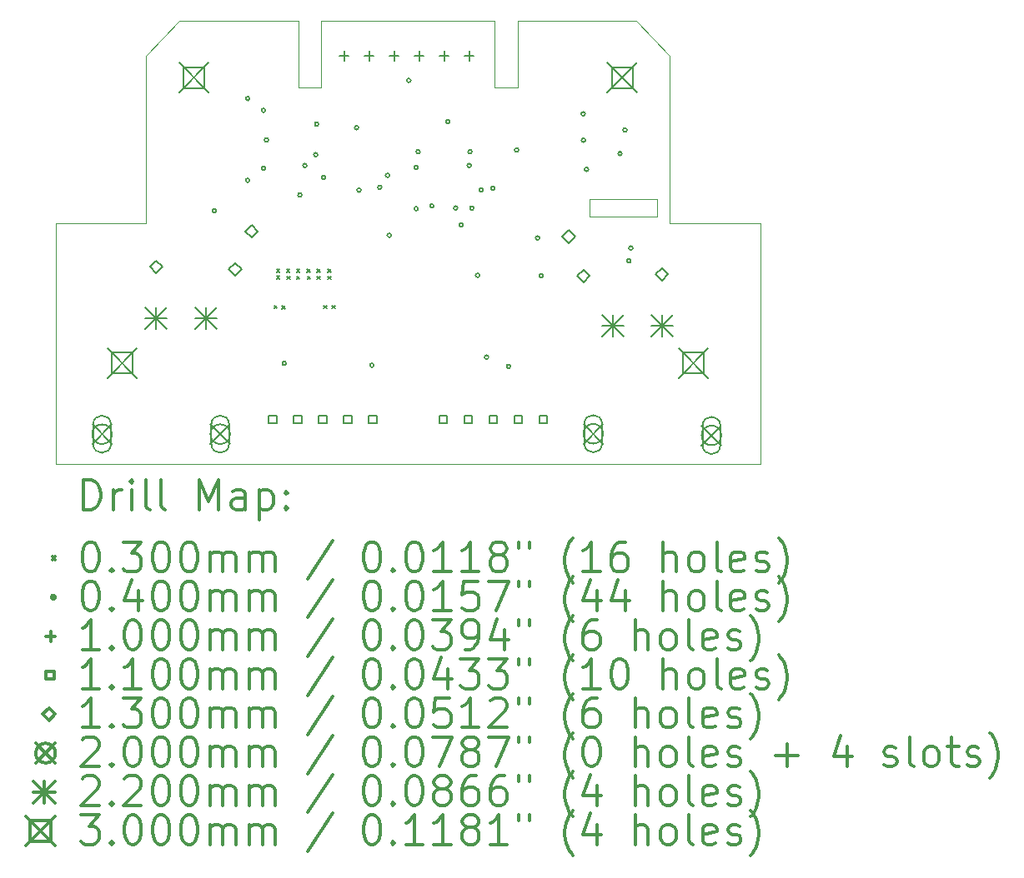
<source format=gbr>
%FSLAX45Y45*%
G04 Gerber Fmt 4.5, Leading zero omitted, Abs format (unit mm)*
G04 Created by KiCad (PCBNEW (5.1.10)-1) date 2021-11-03 13:15:46*
%MOMM*%
%LPD*%
G01*
G04 APERTURE LIST*
%TA.AperFunction,Profile*%
%ADD10C,0.050000*%
%TD*%
%ADD11C,0.200000*%
%ADD12C,0.300000*%
G04 APERTURE END LIST*
D10*
X21899000Y-8000000D02*
X22233000Y-8354000D01*
X16920000Y-8354000D02*
X17254000Y-8000000D01*
X21420000Y-9990000D02*
X21420000Y-9810000D01*
X22110000Y-9990000D02*
X21420000Y-9990000D01*
X22110000Y-9810000D02*
X22110000Y-9990000D01*
X21420000Y-9810000D02*
X22110000Y-9810000D01*
X20689780Y-8000440D02*
X21899000Y-8000000D01*
X17254000Y-8000000D02*
X18463400Y-8000440D01*
X22233000Y-10058000D02*
X23153000Y-10058000D01*
X22233000Y-10058000D02*
X22233000Y-8354000D01*
X23153000Y-12500000D02*
X23153000Y-10058000D01*
X16920000Y-10058000D02*
X16920000Y-8354000D01*
X16000000Y-10058000D02*
X16920000Y-10058000D01*
X16000000Y-12500000D02*
X23153000Y-12500000D01*
X16000000Y-12500000D02*
X16000000Y-10058000D01*
X18463400Y-8000440D02*
X18463400Y-8679640D01*
X18463400Y-8679640D02*
X18697400Y-8679640D01*
X20458640Y-8000440D02*
X20458640Y-8678620D01*
X20458640Y-8678620D02*
X20689780Y-8678620D01*
X20689780Y-8678620D02*
X20689780Y-8000440D01*
X18697400Y-8000440D02*
X20458640Y-8000440D01*
X18697400Y-8679640D02*
X18697400Y-8000440D01*
D11*
X18220000Y-10895000D02*
X18250000Y-10925000D01*
X18250000Y-10895000D02*
X18220000Y-10925000D01*
X18244000Y-10592000D02*
X18274000Y-10622000D01*
X18274000Y-10592000D02*
X18244000Y-10622000D01*
X18245000Y-10525000D02*
X18275000Y-10555000D01*
X18275000Y-10525000D02*
X18245000Y-10555000D01*
X18299000Y-10896000D02*
X18329000Y-10926000D01*
X18329000Y-10896000D02*
X18299000Y-10926000D01*
X18344000Y-10525000D02*
X18374000Y-10555000D01*
X18374000Y-10525000D02*
X18344000Y-10555000D01*
X18348000Y-10595000D02*
X18378000Y-10625000D01*
X18378000Y-10595000D02*
X18348000Y-10625000D01*
X18445000Y-10525000D02*
X18475000Y-10555000D01*
X18475000Y-10525000D02*
X18445000Y-10555000D01*
X18446000Y-10596000D02*
X18476000Y-10626000D01*
X18476000Y-10596000D02*
X18446000Y-10626000D01*
X18553000Y-10525000D02*
X18583000Y-10555000D01*
X18583000Y-10525000D02*
X18553000Y-10555000D01*
X18556000Y-10595000D02*
X18586000Y-10625000D01*
X18586000Y-10595000D02*
X18556000Y-10625000D01*
X18653000Y-10525000D02*
X18683000Y-10555000D01*
X18683000Y-10525000D02*
X18653000Y-10555000D01*
X18655000Y-10595000D02*
X18685000Y-10625000D01*
X18685000Y-10595000D02*
X18655000Y-10625000D01*
X18724000Y-10893000D02*
X18754000Y-10923000D01*
X18754000Y-10893000D02*
X18724000Y-10923000D01*
X18765000Y-10525000D02*
X18795000Y-10555000D01*
X18795000Y-10525000D02*
X18765000Y-10555000D01*
X18765000Y-10595000D02*
X18795000Y-10625000D01*
X18795000Y-10595000D02*
X18765000Y-10625000D01*
X18806000Y-10895000D02*
X18836000Y-10925000D01*
X18836000Y-10895000D02*
X18806000Y-10925000D01*
X17630000Y-9930000D02*
G75*
G03*
X17630000Y-9930000I-20000J0D01*
G01*
X17970000Y-8790000D02*
G75*
G03*
X17970000Y-8790000I-20000J0D01*
G01*
X17970000Y-9620000D02*
G75*
G03*
X17970000Y-9620000I-20000J0D01*
G01*
X18130000Y-8910000D02*
G75*
G03*
X18130000Y-8910000I-20000J0D01*
G01*
X18130000Y-9500000D02*
G75*
G03*
X18130000Y-9500000I-20000J0D01*
G01*
X18160000Y-9210000D02*
G75*
G03*
X18160000Y-9210000I-20000J0D01*
G01*
X18340000Y-11480000D02*
G75*
G03*
X18340000Y-11480000I-20000J0D01*
G01*
X18500000Y-9770000D02*
G75*
G03*
X18500000Y-9770000I-20000J0D01*
G01*
X18550000Y-9470000D02*
G75*
G03*
X18550000Y-9470000I-20000J0D01*
G01*
X18660000Y-9360000D02*
G75*
G03*
X18660000Y-9360000I-20000J0D01*
G01*
X18670000Y-9050000D02*
G75*
G03*
X18670000Y-9050000I-20000J0D01*
G01*
X18740000Y-9590000D02*
G75*
G03*
X18740000Y-9590000I-20000J0D01*
G01*
X19075000Y-9087500D02*
G75*
G03*
X19075000Y-9087500I-20000J0D01*
G01*
X19100000Y-9720000D02*
G75*
G03*
X19100000Y-9720000I-20000J0D01*
G01*
X19230000Y-11500000D02*
G75*
G03*
X19230000Y-11500000I-20000J0D01*
G01*
X19310000Y-9692500D02*
G75*
G03*
X19310000Y-9692500I-20000J0D01*
G01*
X19390000Y-9570000D02*
G75*
G03*
X19390000Y-9570000I-20000J0D01*
G01*
X19407500Y-10180000D02*
G75*
G03*
X19407500Y-10180000I-20000J0D01*
G01*
X19605000Y-8605000D02*
G75*
G03*
X19605000Y-8605000I-20000J0D01*
G01*
X19680000Y-9910000D02*
G75*
G03*
X19680000Y-9910000I-20000J0D01*
G01*
X19681000Y-9489000D02*
G75*
G03*
X19681000Y-9489000I-20000J0D01*
G01*
X19700000Y-9330000D02*
G75*
G03*
X19700000Y-9330000I-20000J0D01*
G01*
X19840000Y-9882000D02*
G75*
G03*
X19840000Y-9882000I-20000J0D01*
G01*
X20002500Y-9022500D02*
G75*
G03*
X20002500Y-9022500I-20000J0D01*
G01*
X20081000Y-9902000D02*
G75*
G03*
X20081000Y-9902000I-20000J0D01*
G01*
X20137000Y-10073000D02*
G75*
G03*
X20137000Y-10073000I-20000J0D01*
G01*
X20220000Y-9470000D02*
G75*
G03*
X20220000Y-9470000I-20000J0D01*
G01*
X20227500Y-9330000D02*
G75*
G03*
X20227500Y-9330000I-20000J0D01*
G01*
X20244920Y-9904000D02*
G75*
G03*
X20244920Y-9904000I-20000J0D01*
G01*
X20304000Y-10586000D02*
G75*
G03*
X20304000Y-10586000I-20000J0D01*
G01*
X20340000Y-9720000D02*
G75*
G03*
X20340000Y-9720000I-20000J0D01*
G01*
X20395000Y-11417500D02*
G75*
G03*
X20395000Y-11417500I-20000J0D01*
G01*
X20460000Y-9700000D02*
G75*
G03*
X20460000Y-9700000I-20000J0D01*
G01*
X20617500Y-11512500D02*
G75*
G03*
X20617500Y-11512500I-20000J0D01*
G01*
X20701000Y-9313000D02*
G75*
G03*
X20701000Y-9313000I-20000J0D01*
G01*
X20914000Y-10207000D02*
G75*
G03*
X20914000Y-10207000I-20000J0D01*
G01*
X20950000Y-10590000D02*
G75*
G03*
X20950000Y-10590000I-20000J0D01*
G01*
X21376000Y-8946000D02*
G75*
G03*
X21376000Y-8946000I-20000J0D01*
G01*
X21379000Y-9213000D02*
G75*
G03*
X21379000Y-9213000I-20000J0D01*
G01*
X21410000Y-9510000D02*
G75*
G03*
X21410000Y-9510000I-20000J0D01*
G01*
X21750000Y-9350000D02*
G75*
G03*
X21750000Y-9350000I-20000J0D01*
G01*
X21800000Y-9110000D02*
G75*
G03*
X21800000Y-9110000I-20000J0D01*
G01*
X21840000Y-10440000D02*
G75*
G03*
X21840000Y-10440000I-20000J0D01*
G01*
X21860000Y-10310000D02*
G75*
G03*
X21860000Y-10310000I-20000J0D01*
G01*
X18928000Y-8303000D02*
X18928000Y-8403000D01*
X18878000Y-8353000D02*
X18978000Y-8353000D01*
X19182000Y-8303000D02*
X19182000Y-8403000D01*
X19132000Y-8353000D02*
X19232000Y-8353000D01*
X19436000Y-8303000D02*
X19436000Y-8403000D01*
X19386000Y-8353000D02*
X19486000Y-8353000D01*
X19690000Y-8303000D02*
X19690000Y-8403000D01*
X19640000Y-8353000D02*
X19740000Y-8353000D01*
X19944000Y-8303000D02*
X19944000Y-8403000D01*
X19894000Y-8353000D02*
X19994000Y-8353000D01*
X20198000Y-8303000D02*
X20198000Y-8403000D01*
X20148000Y-8353000D02*
X20248000Y-8353000D01*
X18242891Y-12087891D02*
X18242891Y-12010109D01*
X18165109Y-12010109D01*
X18165109Y-12087891D01*
X18242891Y-12087891D01*
X18496891Y-12087891D02*
X18496891Y-12010109D01*
X18419109Y-12010109D01*
X18419109Y-12087891D01*
X18496891Y-12087891D01*
X18750891Y-12087891D02*
X18750891Y-12010109D01*
X18673109Y-12010109D01*
X18673109Y-12087891D01*
X18750891Y-12087891D01*
X19004891Y-12087891D02*
X19004891Y-12010109D01*
X18927109Y-12010109D01*
X18927109Y-12087891D01*
X19004891Y-12087891D01*
X19258891Y-12087891D02*
X19258891Y-12010109D01*
X19181109Y-12010109D01*
X19181109Y-12087891D01*
X19258891Y-12087891D01*
X19971891Y-12088891D02*
X19971891Y-12011109D01*
X19894109Y-12011109D01*
X19894109Y-12088891D01*
X19971891Y-12088891D01*
X20225891Y-12088891D02*
X20225891Y-12011109D01*
X20148109Y-12011109D01*
X20148109Y-12088891D01*
X20225891Y-12088891D01*
X20479891Y-12088891D02*
X20479891Y-12011109D01*
X20402109Y-12011109D01*
X20402109Y-12088891D01*
X20479891Y-12088891D01*
X20733891Y-12088891D02*
X20733891Y-12011109D01*
X20656109Y-12011109D01*
X20656109Y-12088891D01*
X20733891Y-12088891D01*
X20987891Y-12088891D02*
X20987891Y-12011109D01*
X20910109Y-12011109D01*
X20910109Y-12088891D01*
X20987891Y-12088891D01*
X17020000Y-10566000D02*
X17085000Y-10501000D01*
X17020000Y-10436000D01*
X16955000Y-10501000D01*
X17020000Y-10566000D01*
X17822000Y-10590000D02*
X17887000Y-10525000D01*
X17822000Y-10460000D01*
X17757000Y-10525000D01*
X17822000Y-10590000D01*
X17990000Y-10205000D02*
X18055000Y-10140000D01*
X17990000Y-10075000D01*
X17925000Y-10140000D01*
X17990000Y-10205000D01*
X21209000Y-10259000D02*
X21274000Y-10194000D01*
X21209000Y-10129000D01*
X21144000Y-10194000D01*
X21209000Y-10259000D01*
X21359000Y-10659000D02*
X21424000Y-10594000D01*
X21359000Y-10529000D01*
X21294000Y-10594000D01*
X21359000Y-10659000D01*
X22155000Y-10642000D02*
X22220000Y-10577000D01*
X22155000Y-10512000D01*
X22090000Y-10577000D01*
X22155000Y-10642000D01*
X16371000Y-12101000D02*
X16571000Y-12301000D01*
X16571000Y-12101000D02*
X16371000Y-12301000D01*
X16571000Y-12201000D02*
G75*
G03*
X16571000Y-12201000I-100000J0D01*
G01*
X16381000Y-12101000D02*
X16381000Y-12301000D01*
X16561000Y-12101000D02*
X16561000Y-12301000D01*
X16381000Y-12301000D02*
G75*
G03*
X16561000Y-12301000I90000J0D01*
G01*
X16561000Y-12101000D02*
G75*
G03*
X16381000Y-12101000I-90000J0D01*
G01*
X17571000Y-12101000D02*
X17771000Y-12301000D01*
X17771000Y-12101000D02*
X17571000Y-12301000D01*
X17771000Y-12201000D02*
G75*
G03*
X17771000Y-12201000I-100000J0D01*
G01*
X17581000Y-12101000D02*
X17581000Y-12301000D01*
X17761000Y-12101000D02*
X17761000Y-12301000D01*
X17581000Y-12301000D02*
G75*
G03*
X17761000Y-12301000I90000J0D01*
G01*
X17761000Y-12101000D02*
G75*
G03*
X17581000Y-12101000I-90000J0D01*
G01*
X21358000Y-12097000D02*
X21558000Y-12297000D01*
X21558000Y-12097000D02*
X21358000Y-12297000D01*
X21558000Y-12197000D02*
G75*
G03*
X21558000Y-12197000I-100000J0D01*
G01*
X21368000Y-12097000D02*
X21368000Y-12297000D01*
X21548000Y-12097000D02*
X21548000Y-12297000D01*
X21368000Y-12297000D02*
G75*
G03*
X21548000Y-12297000I90000J0D01*
G01*
X21548000Y-12097000D02*
G75*
G03*
X21368000Y-12097000I-90000J0D01*
G01*
X22559000Y-12114000D02*
X22759000Y-12314000D01*
X22759000Y-12114000D02*
X22559000Y-12314000D01*
X22759000Y-12214000D02*
G75*
G03*
X22759000Y-12214000I-100000J0D01*
G01*
X22569000Y-12114000D02*
X22569000Y-12314000D01*
X22749000Y-12114000D02*
X22749000Y-12314000D01*
X22569000Y-12314000D02*
G75*
G03*
X22749000Y-12314000I90000J0D01*
G01*
X22749000Y-12114000D02*
G75*
G03*
X22569000Y-12114000I-90000J0D01*
G01*
X16912000Y-10914000D02*
X17132000Y-11134000D01*
X17132000Y-10914000D02*
X16912000Y-11134000D01*
X17022000Y-10914000D02*
X17022000Y-11134000D01*
X16912000Y-11024000D02*
X17132000Y-11024000D01*
X17412000Y-10915000D02*
X17632000Y-11135000D01*
X17632000Y-10915000D02*
X17412000Y-11135000D01*
X17522000Y-10915000D02*
X17522000Y-11135000D01*
X17412000Y-11025000D02*
X17632000Y-11025000D01*
X21549000Y-10988000D02*
X21769000Y-11208000D01*
X21769000Y-10988000D02*
X21549000Y-11208000D01*
X21659000Y-10988000D02*
X21659000Y-11208000D01*
X21549000Y-11098000D02*
X21769000Y-11098000D01*
X22049000Y-10988000D02*
X22269000Y-11208000D01*
X22269000Y-10988000D02*
X22049000Y-11208000D01*
X22159000Y-10988000D02*
X22159000Y-11208000D01*
X22049000Y-11098000D02*
X22269000Y-11098000D01*
X16526000Y-11328000D02*
X16826000Y-11628000D01*
X16826000Y-11328000D02*
X16526000Y-11628000D01*
X16782067Y-11584067D02*
X16782067Y-11371933D01*
X16569933Y-11371933D01*
X16569933Y-11584067D01*
X16782067Y-11584067D01*
X17251000Y-8426000D02*
X17551000Y-8726000D01*
X17551000Y-8426000D02*
X17251000Y-8726000D01*
X17507067Y-8682067D02*
X17507067Y-8469933D01*
X17294933Y-8469933D01*
X17294933Y-8682067D01*
X17507067Y-8682067D01*
X21602000Y-8426000D02*
X21902000Y-8726000D01*
X21902000Y-8426000D02*
X21602000Y-8726000D01*
X21858067Y-8682067D02*
X21858067Y-8469933D01*
X21645933Y-8469933D01*
X21645933Y-8682067D01*
X21858067Y-8682067D01*
X22327000Y-11328000D02*
X22627000Y-11628000D01*
X22627000Y-11328000D02*
X22327000Y-11628000D01*
X22583067Y-11584067D02*
X22583067Y-11371933D01*
X22370933Y-11371933D01*
X22370933Y-11584067D01*
X22583067Y-11584067D01*
D12*
X16283928Y-12968214D02*
X16283928Y-12668214D01*
X16355357Y-12668214D01*
X16398214Y-12682500D01*
X16426786Y-12711071D01*
X16441071Y-12739643D01*
X16455357Y-12796786D01*
X16455357Y-12839643D01*
X16441071Y-12896786D01*
X16426786Y-12925357D01*
X16398214Y-12953929D01*
X16355357Y-12968214D01*
X16283928Y-12968214D01*
X16583928Y-12968214D02*
X16583928Y-12768214D01*
X16583928Y-12825357D02*
X16598214Y-12796786D01*
X16612500Y-12782500D01*
X16641071Y-12768214D01*
X16669643Y-12768214D01*
X16769643Y-12968214D02*
X16769643Y-12768214D01*
X16769643Y-12668214D02*
X16755357Y-12682500D01*
X16769643Y-12696786D01*
X16783928Y-12682500D01*
X16769643Y-12668214D01*
X16769643Y-12696786D01*
X16955357Y-12968214D02*
X16926786Y-12953929D01*
X16912500Y-12925357D01*
X16912500Y-12668214D01*
X17112500Y-12968214D02*
X17083928Y-12953929D01*
X17069643Y-12925357D01*
X17069643Y-12668214D01*
X17455357Y-12968214D02*
X17455357Y-12668214D01*
X17555357Y-12882500D01*
X17655357Y-12668214D01*
X17655357Y-12968214D01*
X17926786Y-12968214D02*
X17926786Y-12811071D01*
X17912500Y-12782500D01*
X17883928Y-12768214D01*
X17826786Y-12768214D01*
X17798214Y-12782500D01*
X17926786Y-12953929D02*
X17898214Y-12968214D01*
X17826786Y-12968214D01*
X17798214Y-12953929D01*
X17783928Y-12925357D01*
X17783928Y-12896786D01*
X17798214Y-12868214D01*
X17826786Y-12853929D01*
X17898214Y-12853929D01*
X17926786Y-12839643D01*
X18069643Y-12768214D02*
X18069643Y-13068214D01*
X18069643Y-12782500D02*
X18098214Y-12768214D01*
X18155357Y-12768214D01*
X18183928Y-12782500D01*
X18198214Y-12796786D01*
X18212500Y-12825357D01*
X18212500Y-12911071D01*
X18198214Y-12939643D01*
X18183928Y-12953929D01*
X18155357Y-12968214D01*
X18098214Y-12968214D01*
X18069643Y-12953929D01*
X18341071Y-12939643D02*
X18355357Y-12953929D01*
X18341071Y-12968214D01*
X18326786Y-12953929D01*
X18341071Y-12939643D01*
X18341071Y-12968214D01*
X18341071Y-12782500D02*
X18355357Y-12796786D01*
X18341071Y-12811071D01*
X18326786Y-12796786D01*
X18341071Y-12782500D01*
X18341071Y-12811071D01*
X15967500Y-13447500D02*
X15997500Y-13477500D01*
X15997500Y-13447500D02*
X15967500Y-13477500D01*
X16341071Y-13298214D02*
X16369643Y-13298214D01*
X16398214Y-13312500D01*
X16412500Y-13326786D01*
X16426786Y-13355357D01*
X16441071Y-13412500D01*
X16441071Y-13483929D01*
X16426786Y-13541071D01*
X16412500Y-13569643D01*
X16398214Y-13583929D01*
X16369643Y-13598214D01*
X16341071Y-13598214D01*
X16312500Y-13583929D01*
X16298214Y-13569643D01*
X16283928Y-13541071D01*
X16269643Y-13483929D01*
X16269643Y-13412500D01*
X16283928Y-13355357D01*
X16298214Y-13326786D01*
X16312500Y-13312500D01*
X16341071Y-13298214D01*
X16569643Y-13569643D02*
X16583928Y-13583929D01*
X16569643Y-13598214D01*
X16555357Y-13583929D01*
X16569643Y-13569643D01*
X16569643Y-13598214D01*
X16683928Y-13298214D02*
X16869643Y-13298214D01*
X16769643Y-13412500D01*
X16812500Y-13412500D01*
X16841071Y-13426786D01*
X16855357Y-13441071D01*
X16869643Y-13469643D01*
X16869643Y-13541071D01*
X16855357Y-13569643D01*
X16841071Y-13583929D01*
X16812500Y-13598214D01*
X16726786Y-13598214D01*
X16698214Y-13583929D01*
X16683928Y-13569643D01*
X17055357Y-13298214D02*
X17083928Y-13298214D01*
X17112500Y-13312500D01*
X17126786Y-13326786D01*
X17141071Y-13355357D01*
X17155357Y-13412500D01*
X17155357Y-13483929D01*
X17141071Y-13541071D01*
X17126786Y-13569643D01*
X17112500Y-13583929D01*
X17083928Y-13598214D01*
X17055357Y-13598214D01*
X17026786Y-13583929D01*
X17012500Y-13569643D01*
X16998214Y-13541071D01*
X16983928Y-13483929D01*
X16983928Y-13412500D01*
X16998214Y-13355357D01*
X17012500Y-13326786D01*
X17026786Y-13312500D01*
X17055357Y-13298214D01*
X17341071Y-13298214D02*
X17369643Y-13298214D01*
X17398214Y-13312500D01*
X17412500Y-13326786D01*
X17426786Y-13355357D01*
X17441071Y-13412500D01*
X17441071Y-13483929D01*
X17426786Y-13541071D01*
X17412500Y-13569643D01*
X17398214Y-13583929D01*
X17369643Y-13598214D01*
X17341071Y-13598214D01*
X17312500Y-13583929D01*
X17298214Y-13569643D01*
X17283928Y-13541071D01*
X17269643Y-13483929D01*
X17269643Y-13412500D01*
X17283928Y-13355357D01*
X17298214Y-13326786D01*
X17312500Y-13312500D01*
X17341071Y-13298214D01*
X17569643Y-13598214D02*
X17569643Y-13398214D01*
X17569643Y-13426786D02*
X17583928Y-13412500D01*
X17612500Y-13398214D01*
X17655357Y-13398214D01*
X17683928Y-13412500D01*
X17698214Y-13441071D01*
X17698214Y-13598214D01*
X17698214Y-13441071D02*
X17712500Y-13412500D01*
X17741071Y-13398214D01*
X17783928Y-13398214D01*
X17812500Y-13412500D01*
X17826786Y-13441071D01*
X17826786Y-13598214D01*
X17969643Y-13598214D02*
X17969643Y-13398214D01*
X17969643Y-13426786D02*
X17983928Y-13412500D01*
X18012500Y-13398214D01*
X18055357Y-13398214D01*
X18083928Y-13412500D01*
X18098214Y-13441071D01*
X18098214Y-13598214D01*
X18098214Y-13441071D02*
X18112500Y-13412500D01*
X18141071Y-13398214D01*
X18183928Y-13398214D01*
X18212500Y-13412500D01*
X18226786Y-13441071D01*
X18226786Y-13598214D01*
X18812500Y-13283929D02*
X18555357Y-13669643D01*
X19198214Y-13298214D02*
X19226786Y-13298214D01*
X19255357Y-13312500D01*
X19269643Y-13326786D01*
X19283928Y-13355357D01*
X19298214Y-13412500D01*
X19298214Y-13483929D01*
X19283928Y-13541071D01*
X19269643Y-13569643D01*
X19255357Y-13583929D01*
X19226786Y-13598214D01*
X19198214Y-13598214D01*
X19169643Y-13583929D01*
X19155357Y-13569643D01*
X19141071Y-13541071D01*
X19126786Y-13483929D01*
X19126786Y-13412500D01*
X19141071Y-13355357D01*
X19155357Y-13326786D01*
X19169643Y-13312500D01*
X19198214Y-13298214D01*
X19426786Y-13569643D02*
X19441071Y-13583929D01*
X19426786Y-13598214D01*
X19412500Y-13583929D01*
X19426786Y-13569643D01*
X19426786Y-13598214D01*
X19626786Y-13298214D02*
X19655357Y-13298214D01*
X19683928Y-13312500D01*
X19698214Y-13326786D01*
X19712500Y-13355357D01*
X19726786Y-13412500D01*
X19726786Y-13483929D01*
X19712500Y-13541071D01*
X19698214Y-13569643D01*
X19683928Y-13583929D01*
X19655357Y-13598214D01*
X19626786Y-13598214D01*
X19598214Y-13583929D01*
X19583928Y-13569643D01*
X19569643Y-13541071D01*
X19555357Y-13483929D01*
X19555357Y-13412500D01*
X19569643Y-13355357D01*
X19583928Y-13326786D01*
X19598214Y-13312500D01*
X19626786Y-13298214D01*
X20012500Y-13598214D02*
X19841071Y-13598214D01*
X19926786Y-13598214D02*
X19926786Y-13298214D01*
X19898214Y-13341071D01*
X19869643Y-13369643D01*
X19841071Y-13383929D01*
X20298214Y-13598214D02*
X20126786Y-13598214D01*
X20212500Y-13598214D02*
X20212500Y-13298214D01*
X20183928Y-13341071D01*
X20155357Y-13369643D01*
X20126786Y-13383929D01*
X20469643Y-13426786D02*
X20441071Y-13412500D01*
X20426786Y-13398214D01*
X20412500Y-13369643D01*
X20412500Y-13355357D01*
X20426786Y-13326786D01*
X20441071Y-13312500D01*
X20469643Y-13298214D01*
X20526786Y-13298214D01*
X20555357Y-13312500D01*
X20569643Y-13326786D01*
X20583928Y-13355357D01*
X20583928Y-13369643D01*
X20569643Y-13398214D01*
X20555357Y-13412500D01*
X20526786Y-13426786D01*
X20469643Y-13426786D01*
X20441071Y-13441071D01*
X20426786Y-13455357D01*
X20412500Y-13483929D01*
X20412500Y-13541071D01*
X20426786Y-13569643D01*
X20441071Y-13583929D01*
X20469643Y-13598214D01*
X20526786Y-13598214D01*
X20555357Y-13583929D01*
X20569643Y-13569643D01*
X20583928Y-13541071D01*
X20583928Y-13483929D01*
X20569643Y-13455357D01*
X20555357Y-13441071D01*
X20526786Y-13426786D01*
X20698214Y-13298214D02*
X20698214Y-13355357D01*
X20812500Y-13298214D02*
X20812500Y-13355357D01*
X21255357Y-13712500D02*
X21241071Y-13698214D01*
X21212500Y-13655357D01*
X21198214Y-13626786D01*
X21183928Y-13583929D01*
X21169643Y-13512500D01*
X21169643Y-13455357D01*
X21183928Y-13383929D01*
X21198214Y-13341071D01*
X21212500Y-13312500D01*
X21241071Y-13269643D01*
X21255357Y-13255357D01*
X21526786Y-13598214D02*
X21355357Y-13598214D01*
X21441071Y-13598214D02*
X21441071Y-13298214D01*
X21412500Y-13341071D01*
X21383928Y-13369643D01*
X21355357Y-13383929D01*
X21783928Y-13298214D02*
X21726786Y-13298214D01*
X21698214Y-13312500D01*
X21683928Y-13326786D01*
X21655357Y-13369643D01*
X21641071Y-13426786D01*
X21641071Y-13541071D01*
X21655357Y-13569643D01*
X21669643Y-13583929D01*
X21698214Y-13598214D01*
X21755357Y-13598214D01*
X21783928Y-13583929D01*
X21798214Y-13569643D01*
X21812500Y-13541071D01*
X21812500Y-13469643D01*
X21798214Y-13441071D01*
X21783928Y-13426786D01*
X21755357Y-13412500D01*
X21698214Y-13412500D01*
X21669643Y-13426786D01*
X21655357Y-13441071D01*
X21641071Y-13469643D01*
X22169643Y-13598214D02*
X22169643Y-13298214D01*
X22298214Y-13598214D02*
X22298214Y-13441071D01*
X22283928Y-13412500D01*
X22255357Y-13398214D01*
X22212500Y-13398214D01*
X22183928Y-13412500D01*
X22169643Y-13426786D01*
X22483928Y-13598214D02*
X22455357Y-13583929D01*
X22441071Y-13569643D01*
X22426786Y-13541071D01*
X22426786Y-13455357D01*
X22441071Y-13426786D01*
X22455357Y-13412500D01*
X22483928Y-13398214D01*
X22526786Y-13398214D01*
X22555357Y-13412500D01*
X22569643Y-13426786D01*
X22583928Y-13455357D01*
X22583928Y-13541071D01*
X22569643Y-13569643D01*
X22555357Y-13583929D01*
X22526786Y-13598214D01*
X22483928Y-13598214D01*
X22755357Y-13598214D02*
X22726786Y-13583929D01*
X22712500Y-13555357D01*
X22712500Y-13298214D01*
X22983928Y-13583929D02*
X22955357Y-13598214D01*
X22898214Y-13598214D01*
X22869643Y-13583929D01*
X22855357Y-13555357D01*
X22855357Y-13441071D01*
X22869643Y-13412500D01*
X22898214Y-13398214D01*
X22955357Y-13398214D01*
X22983928Y-13412500D01*
X22998214Y-13441071D01*
X22998214Y-13469643D01*
X22855357Y-13498214D01*
X23112500Y-13583929D02*
X23141071Y-13598214D01*
X23198214Y-13598214D01*
X23226786Y-13583929D01*
X23241071Y-13555357D01*
X23241071Y-13541071D01*
X23226786Y-13512500D01*
X23198214Y-13498214D01*
X23155357Y-13498214D01*
X23126786Y-13483929D01*
X23112500Y-13455357D01*
X23112500Y-13441071D01*
X23126786Y-13412500D01*
X23155357Y-13398214D01*
X23198214Y-13398214D01*
X23226786Y-13412500D01*
X23341071Y-13712500D02*
X23355357Y-13698214D01*
X23383928Y-13655357D01*
X23398214Y-13626786D01*
X23412500Y-13583929D01*
X23426786Y-13512500D01*
X23426786Y-13455357D01*
X23412500Y-13383929D01*
X23398214Y-13341071D01*
X23383928Y-13312500D01*
X23355357Y-13269643D01*
X23341071Y-13255357D01*
X15997500Y-13858500D02*
G75*
G03*
X15997500Y-13858500I-20000J0D01*
G01*
X16341071Y-13694214D02*
X16369643Y-13694214D01*
X16398214Y-13708500D01*
X16412500Y-13722786D01*
X16426786Y-13751357D01*
X16441071Y-13808500D01*
X16441071Y-13879929D01*
X16426786Y-13937071D01*
X16412500Y-13965643D01*
X16398214Y-13979929D01*
X16369643Y-13994214D01*
X16341071Y-13994214D01*
X16312500Y-13979929D01*
X16298214Y-13965643D01*
X16283928Y-13937071D01*
X16269643Y-13879929D01*
X16269643Y-13808500D01*
X16283928Y-13751357D01*
X16298214Y-13722786D01*
X16312500Y-13708500D01*
X16341071Y-13694214D01*
X16569643Y-13965643D02*
X16583928Y-13979929D01*
X16569643Y-13994214D01*
X16555357Y-13979929D01*
X16569643Y-13965643D01*
X16569643Y-13994214D01*
X16841071Y-13794214D02*
X16841071Y-13994214D01*
X16769643Y-13679929D02*
X16698214Y-13894214D01*
X16883928Y-13894214D01*
X17055357Y-13694214D02*
X17083928Y-13694214D01*
X17112500Y-13708500D01*
X17126786Y-13722786D01*
X17141071Y-13751357D01*
X17155357Y-13808500D01*
X17155357Y-13879929D01*
X17141071Y-13937071D01*
X17126786Y-13965643D01*
X17112500Y-13979929D01*
X17083928Y-13994214D01*
X17055357Y-13994214D01*
X17026786Y-13979929D01*
X17012500Y-13965643D01*
X16998214Y-13937071D01*
X16983928Y-13879929D01*
X16983928Y-13808500D01*
X16998214Y-13751357D01*
X17012500Y-13722786D01*
X17026786Y-13708500D01*
X17055357Y-13694214D01*
X17341071Y-13694214D02*
X17369643Y-13694214D01*
X17398214Y-13708500D01*
X17412500Y-13722786D01*
X17426786Y-13751357D01*
X17441071Y-13808500D01*
X17441071Y-13879929D01*
X17426786Y-13937071D01*
X17412500Y-13965643D01*
X17398214Y-13979929D01*
X17369643Y-13994214D01*
X17341071Y-13994214D01*
X17312500Y-13979929D01*
X17298214Y-13965643D01*
X17283928Y-13937071D01*
X17269643Y-13879929D01*
X17269643Y-13808500D01*
X17283928Y-13751357D01*
X17298214Y-13722786D01*
X17312500Y-13708500D01*
X17341071Y-13694214D01*
X17569643Y-13994214D02*
X17569643Y-13794214D01*
X17569643Y-13822786D02*
X17583928Y-13808500D01*
X17612500Y-13794214D01*
X17655357Y-13794214D01*
X17683928Y-13808500D01*
X17698214Y-13837071D01*
X17698214Y-13994214D01*
X17698214Y-13837071D02*
X17712500Y-13808500D01*
X17741071Y-13794214D01*
X17783928Y-13794214D01*
X17812500Y-13808500D01*
X17826786Y-13837071D01*
X17826786Y-13994214D01*
X17969643Y-13994214D02*
X17969643Y-13794214D01*
X17969643Y-13822786D02*
X17983928Y-13808500D01*
X18012500Y-13794214D01*
X18055357Y-13794214D01*
X18083928Y-13808500D01*
X18098214Y-13837071D01*
X18098214Y-13994214D01*
X18098214Y-13837071D02*
X18112500Y-13808500D01*
X18141071Y-13794214D01*
X18183928Y-13794214D01*
X18212500Y-13808500D01*
X18226786Y-13837071D01*
X18226786Y-13994214D01*
X18812500Y-13679929D02*
X18555357Y-14065643D01*
X19198214Y-13694214D02*
X19226786Y-13694214D01*
X19255357Y-13708500D01*
X19269643Y-13722786D01*
X19283928Y-13751357D01*
X19298214Y-13808500D01*
X19298214Y-13879929D01*
X19283928Y-13937071D01*
X19269643Y-13965643D01*
X19255357Y-13979929D01*
X19226786Y-13994214D01*
X19198214Y-13994214D01*
X19169643Y-13979929D01*
X19155357Y-13965643D01*
X19141071Y-13937071D01*
X19126786Y-13879929D01*
X19126786Y-13808500D01*
X19141071Y-13751357D01*
X19155357Y-13722786D01*
X19169643Y-13708500D01*
X19198214Y-13694214D01*
X19426786Y-13965643D02*
X19441071Y-13979929D01*
X19426786Y-13994214D01*
X19412500Y-13979929D01*
X19426786Y-13965643D01*
X19426786Y-13994214D01*
X19626786Y-13694214D02*
X19655357Y-13694214D01*
X19683928Y-13708500D01*
X19698214Y-13722786D01*
X19712500Y-13751357D01*
X19726786Y-13808500D01*
X19726786Y-13879929D01*
X19712500Y-13937071D01*
X19698214Y-13965643D01*
X19683928Y-13979929D01*
X19655357Y-13994214D01*
X19626786Y-13994214D01*
X19598214Y-13979929D01*
X19583928Y-13965643D01*
X19569643Y-13937071D01*
X19555357Y-13879929D01*
X19555357Y-13808500D01*
X19569643Y-13751357D01*
X19583928Y-13722786D01*
X19598214Y-13708500D01*
X19626786Y-13694214D01*
X20012500Y-13994214D02*
X19841071Y-13994214D01*
X19926786Y-13994214D02*
X19926786Y-13694214D01*
X19898214Y-13737071D01*
X19869643Y-13765643D01*
X19841071Y-13779929D01*
X20283928Y-13694214D02*
X20141071Y-13694214D01*
X20126786Y-13837071D01*
X20141071Y-13822786D01*
X20169643Y-13808500D01*
X20241071Y-13808500D01*
X20269643Y-13822786D01*
X20283928Y-13837071D01*
X20298214Y-13865643D01*
X20298214Y-13937071D01*
X20283928Y-13965643D01*
X20269643Y-13979929D01*
X20241071Y-13994214D01*
X20169643Y-13994214D01*
X20141071Y-13979929D01*
X20126786Y-13965643D01*
X20398214Y-13694214D02*
X20598214Y-13694214D01*
X20469643Y-13994214D01*
X20698214Y-13694214D02*
X20698214Y-13751357D01*
X20812500Y-13694214D02*
X20812500Y-13751357D01*
X21255357Y-14108500D02*
X21241071Y-14094214D01*
X21212500Y-14051357D01*
X21198214Y-14022786D01*
X21183928Y-13979929D01*
X21169643Y-13908500D01*
X21169643Y-13851357D01*
X21183928Y-13779929D01*
X21198214Y-13737071D01*
X21212500Y-13708500D01*
X21241071Y-13665643D01*
X21255357Y-13651357D01*
X21498214Y-13794214D02*
X21498214Y-13994214D01*
X21426786Y-13679929D02*
X21355357Y-13894214D01*
X21541071Y-13894214D01*
X21783928Y-13794214D02*
X21783928Y-13994214D01*
X21712500Y-13679929D02*
X21641071Y-13894214D01*
X21826786Y-13894214D01*
X22169643Y-13994214D02*
X22169643Y-13694214D01*
X22298214Y-13994214D02*
X22298214Y-13837071D01*
X22283928Y-13808500D01*
X22255357Y-13794214D01*
X22212500Y-13794214D01*
X22183928Y-13808500D01*
X22169643Y-13822786D01*
X22483928Y-13994214D02*
X22455357Y-13979929D01*
X22441071Y-13965643D01*
X22426786Y-13937071D01*
X22426786Y-13851357D01*
X22441071Y-13822786D01*
X22455357Y-13808500D01*
X22483928Y-13794214D01*
X22526786Y-13794214D01*
X22555357Y-13808500D01*
X22569643Y-13822786D01*
X22583928Y-13851357D01*
X22583928Y-13937071D01*
X22569643Y-13965643D01*
X22555357Y-13979929D01*
X22526786Y-13994214D01*
X22483928Y-13994214D01*
X22755357Y-13994214D02*
X22726786Y-13979929D01*
X22712500Y-13951357D01*
X22712500Y-13694214D01*
X22983928Y-13979929D02*
X22955357Y-13994214D01*
X22898214Y-13994214D01*
X22869643Y-13979929D01*
X22855357Y-13951357D01*
X22855357Y-13837071D01*
X22869643Y-13808500D01*
X22898214Y-13794214D01*
X22955357Y-13794214D01*
X22983928Y-13808500D01*
X22998214Y-13837071D01*
X22998214Y-13865643D01*
X22855357Y-13894214D01*
X23112500Y-13979929D02*
X23141071Y-13994214D01*
X23198214Y-13994214D01*
X23226786Y-13979929D01*
X23241071Y-13951357D01*
X23241071Y-13937071D01*
X23226786Y-13908500D01*
X23198214Y-13894214D01*
X23155357Y-13894214D01*
X23126786Y-13879929D01*
X23112500Y-13851357D01*
X23112500Y-13837071D01*
X23126786Y-13808500D01*
X23155357Y-13794214D01*
X23198214Y-13794214D01*
X23226786Y-13808500D01*
X23341071Y-14108500D02*
X23355357Y-14094214D01*
X23383928Y-14051357D01*
X23398214Y-14022786D01*
X23412500Y-13979929D01*
X23426786Y-13908500D01*
X23426786Y-13851357D01*
X23412500Y-13779929D01*
X23398214Y-13737071D01*
X23383928Y-13708500D01*
X23355357Y-13665643D01*
X23341071Y-13651357D01*
X15947500Y-14204500D02*
X15947500Y-14304500D01*
X15897500Y-14254500D02*
X15997500Y-14254500D01*
X16441071Y-14390214D02*
X16269643Y-14390214D01*
X16355357Y-14390214D02*
X16355357Y-14090214D01*
X16326786Y-14133071D01*
X16298214Y-14161643D01*
X16269643Y-14175929D01*
X16569643Y-14361643D02*
X16583928Y-14375929D01*
X16569643Y-14390214D01*
X16555357Y-14375929D01*
X16569643Y-14361643D01*
X16569643Y-14390214D01*
X16769643Y-14090214D02*
X16798214Y-14090214D01*
X16826786Y-14104500D01*
X16841071Y-14118786D01*
X16855357Y-14147357D01*
X16869643Y-14204500D01*
X16869643Y-14275929D01*
X16855357Y-14333071D01*
X16841071Y-14361643D01*
X16826786Y-14375929D01*
X16798214Y-14390214D01*
X16769643Y-14390214D01*
X16741071Y-14375929D01*
X16726786Y-14361643D01*
X16712500Y-14333071D01*
X16698214Y-14275929D01*
X16698214Y-14204500D01*
X16712500Y-14147357D01*
X16726786Y-14118786D01*
X16741071Y-14104500D01*
X16769643Y-14090214D01*
X17055357Y-14090214D02*
X17083928Y-14090214D01*
X17112500Y-14104500D01*
X17126786Y-14118786D01*
X17141071Y-14147357D01*
X17155357Y-14204500D01*
X17155357Y-14275929D01*
X17141071Y-14333071D01*
X17126786Y-14361643D01*
X17112500Y-14375929D01*
X17083928Y-14390214D01*
X17055357Y-14390214D01*
X17026786Y-14375929D01*
X17012500Y-14361643D01*
X16998214Y-14333071D01*
X16983928Y-14275929D01*
X16983928Y-14204500D01*
X16998214Y-14147357D01*
X17012500Y-14118786D01*
X17026786Y-14104500D01*
X17055357Y-14090214D01*
X17341071Y-14090214D02*
X17369643Y-14090214D01*
X17398214Y-14104500D01*
X17412500Y-14118786D01*
X17426786Y-14147357D01*
X17441071Y-14204500D01*
X17441071Y-14275929D01*
X17426786Y-14333071D01*
X17412500Y-14361643D01*
X17398214Y-14375929D01*
X17369643Y-14390214D01*
X17341071Y-14390214D01*
X17312500Y-14375929D01*
X17298214Y-14361643D01*
X17283928Y-14333071D01*
X17269643Y-14275929D01*
X17269643Y-14204500D01*
X17283928Y-14147357D01*
X17298214Y-14118786D01*
X17312500Y-14104500D01*
X17341071Y-14090214D01*
X17569643Y-14390214D02*
X17569643Y-14190214D01*
X17569643Y-14218786D02*
X17583928Y-14204500D01*
X17612500Y-14190214D01*
X17655357Y-14190214D01*
X17683928Y-14204500D01*
X17698214Y-14233071D01*
X17698214Y-14390214D01*
X17698214Y-14233071D02*
X17712500Y-14204500D01*
X17741071Y-14190214D01*
X17783928Y-14190214D01*
X17812500Y-14204500D01*
X17826786Y-14233071D01*
X17826786Y-14390214D01*
X17969643Y-14390214D02*
X17969643Y-14190214D01*
X17969643Y-14218786D02*
X17983928Y-14204500D01*
X18012500Y-14190214D01*
X18055357Y-14190214D01*
X18083928Y-14204500D01*
X18098214Y-14233071D01*
X18098214Y-14390214D01*
X18098214Y-14233071D02*
X18112500Y-14204500D01*
X18141071Y-14190214D01*
X18183928Y-14190214D01*
X18212500Y-14204500D01*
X18226786Y-14233071D01*
X18226786Y-14390214D01*
X18812500Y-14075929D02*
X18555357Y-14461643D01*
X19198214Y-14090214D02*
X19226786Y-14090214D01*
X19255357Y-14104500D01*
X19269643Y-14118786D01*
X19283928Y-14147357D01*
X19298214Y-14204500D01*
X19298214Y-14275929D01*
X19283928Y-14333071D01*
X19269643Y-14361643D01*
X19255357Y-14375929D01*
X19226786Y-14390214D01*
X19198214Y-14390214D01*
X19169643Y-14375929D01*
X19155357Y-14361643D01*
X19141071Y-14333071D01*
X19126786Y-14275929D01*
X19126786Y-14204500D01*
X19141071Y-14147357D01*
X19155357Y-14118786D01*
X19169643Y-14104500D01*
X19198214Y-14090214D01*
X19426786Y-14361643D02*
X19441071Y-14375929D01*
X19426786Y-14390214D01*
X19412500Y-14375929D01*
X19426786Y-14361643D01*
X19426786Y-14390214D01*
X19626786Y-14090214D02*
X19655357Y-14090214D01*
X19683928Y-14104500D01*
X19698214Y-14118786D01*
X19712500Y-14147357D01*
X19726786Y-14204500D01*
X19726786Y-14275929D01*
X19712500Y-14333071D01*
X19698214Y-14361643D01*
X19683928Y-14375929D01*
X19655357Y-14390214D01*
X19626786Y-14390214D01*
X19598214Y-14375929D01*
X19583928Y-14361643D01*
X19569643Y-14333071D01*
X19555357Y-14275929D01*
X19555357Y-14204500D01*
X19569643Y-14147357D01*
X19583928Y-14118786D01*
X19598214Y-14104500D01*
X19626786Y-14090214D01*
X19826786Y-14090214D02*
X20012500Y-14090214D01*
X19912500Y-14204500D01*
X19955357Y-14204500D01*
X19983928Y-14218786D01*
X19998214Y-14233071D01*
X20012500Y-14261643D01*
X20012500Y-14333071D01*
X19998214Y-14361643D01*
X19983928Y-14375929D01*
X19955357Y-14390214D01*
X19869643Y-14390214D01*
X19841071Y-14375929D01*
X19826786Y-14361643D01*
X20155357Y-14390214D02*
X20212500Y-14390214D01*
X20241071Y-14375929D01*
X20255357Y-14361643D01*
X20283928Y-14318786D01*
X20298214Y-14261643D01*
X20298214Y-14147357D01*
X20283928Y-14118786D01*
X20269643Y-14104500D01*
X20241071Y-14090214D01*
X20183928Y-14090214D01*
X20155357Y-14104500D01*
X20141071Y-14118786D01*
X20126786Y-14147357D01*
X20126786Y-14218786D01*
X20141071Y-14247357D01*
X20155357Y-14261643D01*
X20183928Y-14275929D01*
X20241071Y-14275929D01*
X20269643Y-14261643D01*
X20283928Y-14247357D01*
X20298214Y-14218786D01*
X20555357Y-14190214D02*
X20555357Y-14390214D01*
X20483928Y-14075929D02*
X20412500Y-14290214D01*
X20598214Y-14290214D01*
X20698214Y-14090214D02*
X20698214Y-14147357D01*
X20812500Y-14090214D02*
X20812500Y-14147357D01*
X21255357Y-14504500D02*
X21241071Y-14490214D01*
X21212500Y-14447357D01*
X21198214Y-14418786D01*
X21183928Y-14375929D01*
X21169643Y-14304500D01*
X21169643Y-14247357D01*
X21183928Y-14175929D01*
X21198214Y-14133071D01*
X21212500Y-14104500D01*
X21241071Y-14061643D01*
X21255357Y-14047357D01*
X21498214Y-14090214D02*
X21441071Y-14090214D01*
X21412500Y-14104500D01*
X21398214Y-14118786D01*
X21369643Y-14161643D01*
X21355357Y-14218786D01*
X21355357Y-14333071D01*
X21369643Y-14361643D01*
X21383928Y-14375929D01*
X21412500Y-14390214D01*
X21469643Y-14390214D01*
X21498214Y-14375929D01*
X21512500Y-14361643D01*
X21526786Y-14333071D01*
X21526786Y-14261643D01*
X21512500Y-14233071D01*
X21498214Y-14218786D01*
X21469643Y-14204500D01*
X21412500Y-14204500D01*
X21383928Y-14218786D01*
X21369643Y-14233071D01*
X21355357Y-14261643D01*
X21883928Y-14390214D02*
X21883928Y-14090214D01*
X22012500Y-14390214D02*
X22012500Y-14233071D01*
X21998214Y-14204500D01*
X21969643Y-14190214D01*
X21926786Y-14190214D01*
X21898214Y-14204500D01*
X21883928Y-14218786D01*
X22198214Y-14390214D02*
X22169643Y-14375929D01*
X22155357Y-14361643D01*
X22141071Y-14333071D01*
X22141071Y-14247357D01*
X22155357Y-14218786D01*
X22169643Y-14204500D01*
X22198214Y-14190214D01*
X22241071Y-14190214D01*
X22269643Y-14204500D01*
X22283928Y-14218786D01*
X22298214Y-14247357D01*
X22298214Y-14333071D01*
X22283928Y-14361643D01*
X22269643Y-14375929D01*
X22241071Y-14390214D01*
X22198214Y-14390214D01*
X22469643Y-14390214D02*
X22441071Y-14375929D01*
X22426786Y-14347357D01*
X22426786Y-14090214D01*
X22698214Y-14375929D02*
X22669643Y-14390214D01*
X22612500Y-14390214D01*
X22583928Y-14375929D01*
X22569643Y-14347357D01*
X22569643Y-14233071D01*
X22583928Y-14204500D01*
X22612500Y-14190214D01*
X22669643Y-14190214D01*
X22698214Y-14204500D01*
X22712500Y-14233071D01*
X22712500Y-14261643D01*
X22569643Y-14290214D01*
X22826786Y-14375929D02*
X22855357Y-14390214D01*
X22912500Y-14390214D01*
X22941071Y-14375929D01*
X22955357Y-14347357D01*
X22955357Y-14333071D01*
X22941071Y-14304500D01*
X22912500Y-14290214D01*
X22869643Y-14290214D01*
X22841071Y-14275929D01*
X22826786Y-14247357D01*
X22826786Y-14233071D01*
X22841071Y-14204500D01*
X22869643Y-14190214D01*
X22912500Y-14190214D01*
X22941071Y-14204500D01*
X23055357Y-14504500D02*
X23069643Y-14490214D01*
X23098214Y-14447357D01*
X23112500Y-14418786D01*
X23126786Y-14375929D01*
X23141071Y-14304500D01*
X23141071Y-14247357D01*
X23126786Y-14175929D01*
X23112500Y-14133071D01*
X23098214Y-14104500D01*
X23069643Y-14061643D01*
X23055357Y-14047357D01*
X15981391Y-14689391D02*
X15981391Y-14611609D01*
X15903609Y-14611609D01*
X15903609Y-14689391D01*
X15981391Y-14689391D01*
X16441071Y-14786214D02*
X16269643Y-14786214D01*
X16355357Y-14786214D02*
X16355357Y-14486214D01*
X16326786Y-14529071D01*
X16298214Y-14557643D01*
X16269643Y-14571929D01*
X16569643Y-14757643D02*
X16583928Y-14771929D01*
X16569643Y-14786214D01*
X16555357Y-14771929D01*
X16569643Y-14757643D01*
X16569643Y-14786214D01*
X16869643Y-14786214D02*
X16698214Y-14786214D01*
X16783928Y-14786214D02*
X16783928Y-14486214D01*
X16755357Y-14529071D01*
X16726786Y-14557643D01*
X16698214Y-14571929D01*
X17055357Y-14486214D02*
X17083928Y-14486214D01*
X17112500Y-14500500D01*
X17126786Y-14514786D01*
X17141071Y-14543357D01*
X17155357Y-14600500D01*
X17155357Y-14671929D01*
X17141071Y-14729071D01*
X17126786Y-14757643D01*
X17112500Y-14771929D01*
X17083928Y-14786214D01*
X17055357Y-14786214D01*
X17026786Y-14771929D01*
X17012500Y-14757643D01*
X16998214Y-14729071D01*
X16983928Y-14671929D01*
X16983928Y-14600500D01*
X16998214Y-14543357D01*
X17012500Y-14514786D01*
X17026786Y-14500500D01*
X17055357Y-14486214D01*
X17341071Y-14486214D02*
X17369643Y-14486214D01*
X17398214Y-14500500D01*
X17412500Y-14514786D01*
X17426786Y-14543357D01*
X17441071Y-14600500D01*
X17441071Y-14671929D01*
X17426786Y-14729071D01*
X17412500Y-14757643D01*
X17398214Y-14771929D01*
X17369643Y-14786214D01*
X17341071Y-14786214D01*
X17312500Y-14771929D01*
X17298214Y-14757643D01*
X17283928Y-14729071D01*
X17269643Y-14671929D01*
X17269643Y-14600500D01*
X17283928Y-14543357D01*
X17298214Y-14514786D01*
X17312500Y-14500500D01*
X17341071Y-14486214D01*
X17569643Y-14786214D02*
X17569643Y-14586214D01*
X17569643Y-14614786D02*
X17583928Y-14600500D01*
X17612500Y-14586214D01*
X17655357Y-14586214D01*
X17683928Y-14600500D01*
X17698214Y-14629071D01*
X17698214Y-14786214D01*
X17698214Y-14629071D02*
X17712500Y-14600500D01*
X17741071Y-14586214D01*
X17783928Y-14586214D01*
X17812500Y-14600500D01*
X17826786Y-14629071D01*
X17826786Y-14786214D01*
X17969643Y-14786214D02*
X17969643Y-14586214D01*
X17969643Y-14614786D02*
X17983928Y-14600500D01*
X18012500Y-14586214D01*
X18055357Y-14586214D01*
X18083928Y-14600500D01*
X18098214Y-14629071D01*
X18098214Y-14786214D01*
X18098214Y-14629071D02*
X18112500Y-14600500D01*
X18141071Y-14586214D01*
X18183928Y-14586214D01*
X18212500Y-14600500D01*
X18226786Y-14629071D01*
X18226786Y-14786214D01*
X18812500Y-14471929D02*
X18555357Y-14857643D01*
X19198214Y-14486214D02*
X19226786Y-14486214D01*
X19255357Y-14500500D01*
X19269643Y-14514786D01*
X19283928Y-14543357D01*
X19298214Y-14600500D01*
X19298214Y-14671929D01*
X19283928Y-14729071D01*
X19269643Y-14757643D01*
X19255357Y-14771929D01*
X19226786Y-14786214D01*
X19198214Y-14786214D01*
X19169643Y-14771929D01*
X19155357Y-14757643D01*
X19141071Y-14729071D01*
X19126786Y-14671929D01*
X19126786Y-14600500D01*
X19141071Y-14543357D01*
X19155357Y-14514786D01*
X19169643Y-14500500D01*
X19198214Y-14486214D01*
X19426786Y-14757643D02*
X19441071Y-14771929D01*
X19426786Y-14786214D01*
X19412500Y-14771929D01*
X19426786Y-14757643D01*
X19426786Y-14786214D01*
X19626786Y-14486214D02*
X19655357Y-14486214D01*
X19683928Y-14500500D01*
X19698214Y-14514786D01*
X19712500Y-14543357D01*
X19726786Y-14600500D01*
X19726786Y-14671929D01*
X19712500Y-14729071D01*
X19698214Y-14757643D01*
X19683928Y-14771929D01*
X19655357Y-14786214D01*
X19626786Y-14786214D01*
X19598214Y-14771929D01*
X19583928Y-14757643D01*
X19569643Y-14729071D01*
X19555357Y-14671929D01*
X19555357Y-14600500D01*
X19569643Y-14543357D01*
X19583928Y-14514786D01*
X19598214Y-14500500D01*
X19626786Y-14486214D01*
X19983928Y-14586214D02*
X19983928Y-14786214D01*
X19912500Y-14471929D02*
X19841071Y-14686214D01*
X20026786Y-14686214D01*
X20112500Y-14486214D02*
X20298214Y-14486214D01*
X20198214Y-14600500D01*
X20241071Y-14600500D01*
X20269643Y-14614786D01*
X20283928Y-14629071D01*
X20298214Y-14657643D01*
X20298214Y-14729071D01*
X20283928Y-14757643D01*
X20269643Y-14771929D01*
X20241071Y-14786214D01*
X20155357Y-14786214D01*
X20126786Y-14771929D01*
X20112500Y-14757643D01*
X20398214Y-14486214D02*
X20583928Y-14486214D01*
X20483928Y-14600500D01*
X20526786Y-14600500D01*
X20555357Y-14614786D01*
X20569643Y-14629071D01*
X20583928Y-14657643D01*
X20583928Y-14729071D01*
X20569643Y-14757643D01*
X20555357Y-14771929D01*
X20526786Y-14786214D01*
X20441071Y-14786214D01*
X20412500Y-14771929D01*
X20398214Y-14757643D01*
X20698214Y-14486214D02*
X20698214Y-14543357D01*
X20812500Y-14486214D02*
X20812500Y-14543357D01*
X21255357Y-14900500D02*
X21241071Y-14886214D01*
X21212500Y-14843357D01*
X21198214Y-14814786D01*
X21183928Y-14771929D01*
X21169643Y-14700500D01*
X21169643Y-14643357D01*
X21183928Y-14571929D01*
X21198214Y-14529071D01*
X21212500Y-14500500D01*
X21241071Y-14457643D01*
X21255357Y-14443357D01*
X21526786Y-14786214D02*
X21355357Y-14786214D01*
X21441071Y-14786214D02*
X21441071Y-14486214D01*
X21412500Y-14529071D01*
X21383928Y-14557643D01*
X21355357Y-14571929D01*
X21712500Y-14486214D02*
X21741071Y-14486214D01*
X21769643Y-14500500D01*
X21783928Y-14514786D01*
X21798214Y-14543357D01*
X21812500Y-14600500D01*
X21812500Y-14671929D01*
X21798214Y-14729071D01*
X21783928Y-14757643D01*
X21769643Y-14771929D01*
X21741071Y-14786214D01*
X21712500Y-14786214D01*
X21683928Y-14771929D01*
X21669643Y-14757643D01*
X21655357Y-14729071D01*
X21641071Y-14671929D01*
X21641071Y-14600500D01*
X21655357Y-14543357D01*
X21669643Y-14514786D01*
X21683928Y-14500500D01*
X21712500Y-14486214D01*
X22169643Y-14786214D02*
X22169643Y-14486214D01*
X22298214Y-14786214D02*
X22298214Y-14629071D01*
X22283928Y-14600500D01*
X22255357Y-14586214D01*
X22212500Y-14586214D01*
X22183928Y-14600500D01*
X22169643Y-14614786D01*
X22483928Y-14786214D02*
X22455357Y-14771929D01*
X22441071Y-14757643D01*
X22426786Y-14729071D01*
X22426786Y-14643357D01*
X22441071Y-14614786D01*
X22455357Y-14600500D01*
X22483928Y-14586214D01*
X22526786Y-14586214D01*
X22555357Y-14600500D01*
X22569643Y-14614786D01*
X22583928Y-14643357D01*
X22583928Y-14729071D01*
X22569643Y-14757643D01*
X22555357Y-14771929D01*
X22526786Y-14786214D01*
X22483928Y-14786214D01*
X22755357Y-14786214D02*
X22726786Y-14771929D01*
X22712500Y-14743357D01*
X22712500Y-14486214D01*
X22983928Y-14771929D02*
X22955357Y-14786214D01*
X22898214Y-14786214D01*
X22869643Y-14771929D01*
X22855357Y-14743357D01*
X22855357Y-14629071D01*
X22869643Y-14600500D01*
X22898214Y-14586214D01*
X22955357Y-14586214D01*
X22983928Y-14600500D01*
X22998214Y-14629071D01*
X22998214Y-14657643D01*
X22855357Y-14686214D01*
X23112500Y-14771929D02*
X23141071Y-14786214D01*
X23198214Y-14786214D01*
X23226786Y-14771929D01*
X23241071Y-14743357D01*
X23241071Y-14729071D01*
X23226786Y-14700500D01*
X23198214Y-14686214D01*
X23155357Y-14686214D01*
X23126786Y-14671929D01*
X23112500Y-14643357D01*
X23112500Y-14629071D01*
X23126786Y-14600500D01*
X23155357Y-14586214D01*
X23198214Y-14586214D01*
X23226786Y-14600500D01*
X23341071Y-14900500D02*
X23355357Y-14886214D01*
X23383928Y-14843357D01*
X23398214Y-14814786D01*
X23412500Y-14771929D01*
X23426786Y-14700500D01*
X23426786Y-14643357D01*
X23412500Y-14571929D01*
X23398214Y-14529071D01*
X23383928Y-14500500D01*
X23355357Y-14457643D01*
X23341071Y-14443357D01*
X15932500Y-15111500D02*
X15997500Y-15046500D01*
X15932500Y-14981500D01*
X15867500Y-15046500D01*
X15932500Y-15111500D01*
X16441071Y-15182214D02*
X16269643Y-15182214D01*
X16355357Y-15182214D02*
X16355357Y-14882214D01*
X16326786Y-14925071D01*
X16298214Y-14953643D01*
X16269643Y-14967929D01*
X16569643Y-15153643D02*
X16583928Y-15167929D01*
X16569643Y-15182214D01*
X16555357Y-15167929D01*
X16569643Y-15153643D01*
X16569643Y-15182214D01*
X16683928Y-14882214D02*
X16869643Y-14882214D01*
X16769643Y-14996500D01*
X16812500Y-14996500D01*
X16841071Y-15010786D01*
X16855357Y-15025071D01*
X16869643Y-15053643D01*
X16869643Y-15125071D01*
X16855357Y-15153643D01*
X16841071Y-15167929D01*
X16812500Y-15182214D01*
X16726786Y-15182214D01*
X16698214Y-15167929D01*
X16683928Y-15153643D01*
X17055357Y-14882214D02*
X17083928Y-14882214D01*
X17112500Y-14896500D01*
X17126786Y-14910786D01*
X17141071Y-14939357D01*
X17155357Y-14996500D01*
X17155357Y-15067929D01*
X17141071Y-15125071D01*
X17126786Y-15153643D01*
X17112500Y-15167929D01*
X17083928Y-15182214D01*
X17055357Y-15182214D01*
X17026786Y-15167929D01*
X17012500Y-15153643D01*
X16998214Y-15125071D01*
X16983928Y-15067929D01*
X16983928Y-14996500D01*
X16998214Y-14939357D01*
X17012500Y-14910786D01*
X17026786Y-14896500D01*
X17055357Y-14882214D01*
X17341071Y-14882214D02*
X17369643Y-14882214D01*
X17398214Y-14896500D01*
X17412500Y-14910786D01*
X17426786Y-14939357D01*
X17441071Y-14996500D01*
X17441071Y-15067929D01*
X17426786Y-15125071D01*
X17412500Y-15153643D01*
X17398214Y-15167929D01*
X17369643Y-15182214D01*
X17341071Y-15182214D01*
X17312500Y-15167929D01*
X17298214Y-15153643D01*
X17283928Y-15125071D01*
X17269643Y-15067929D01*
X17269643Y-14996500D01*
X17283928Y-14939357D01*
X17298214Y-14910786D01*
X17312500Y-14896500D01*
X17341071Y-14882214D01*
X17569643Y-15182214D02*
X17569643Y-14982214D01*
X17569643Y-15010786D02*
X17583928Y-14996500D01*
X17612500Y-14982214D01*
X17655357Y-14982214D01*
X17683928Y-14996500D01*
X17698214Y-15025071D01*
X17698214Y-15182214D01*
X17698214Y-15025071D02*
X17712500Y-14996500D01*
X17741071Y-14982214D01*
X17783928Y-14982214D01*
X17812500Y-14996500D01*
X17826786Y-15025071D01*
X17826786Y-15182214D01*
X17969643Y-15182214D02*
X17969643Y-14982214D01*
X17969643Y-15010786D02*
X17983928Y-14996500D01*
X18012500Y-14982214D01*
X18055357Y-14982214D01*
X18083928Y-14996500D01*
X18098214Y-15025071D01*
X18098214Y-15182214D01*
X18098214Y-15025071D02*
X18112500Y-14996500D01*
X18141071Y-14982214D01*
X18183928Y-14982214D01*
X18212500Y-14996500D01*
X18226786Y-15025071D01*
X18226786Y-15182214D01*
X18812500Y-14867929D02*
X18555357Y-15253643D01*
X19198214Y-14882214D02*
X19226786Y-14882214D01*
X19255357Y-14896500D01*
X19269643Y-14910786D01*
X19283928Y-14939357D01*
X19298214Y-14996500D01*
X19298214Y-15067929D01*
X19283928Y-15125071D01*
X19269643Y-15153643D01*
X19255357Y-15167929D01*
X19226786Y-15182214D01*
X19198214Y-15182214D01*
X19169643Y-15167929D01*
X19155357Y-15153643D01*
X19141071Y-15125071D01*
X19126786Y-15067929D01*
X19126786Y-14996500D01*
X19141071Y-14939357D01*
X19155357Y-14910786D01*
X19169643Y-14896500D01*
X19198214Y-14882214D01*
X19426786Y-15153643D02*
X19441071Y-15167929D01*
X19426786Y-15182214D01*
X19412500Y-15167929D01*
X19426786Y-15153643D01*
X19426786Y-15182214D01*
X19626786Y-14882214D02*
X19655357Y-14882214D01*
X19683928Y-14896500D01*
X19698214Y-14910786D01*
X19712500Y-14939357D01*
X19726786Y-14996500D01*
X19726786Y-15067929D01*
X19712500Y-15125071D01*
X19698214Y-15153643D01*
X19683928Y-15167929D01*
X19655357Y-15182214D01*
X19626786Y-15182214D01*
X19598214Y-15167929D01*
X19583928Y-15153643D01*
X19569643Y-15125071D01*
X19555357Y-15067929D01*
X19555357Y-14996500D01*
X19569643Y-14939357D01*
X19583928Y-14910786D01*
X19598214Y-14896500D01*
X19626786Y-14882214D01*
X19998214Y-14882214D02*
X19855357Y-14882214D01*
X19841071Y-15025071D01*
X19855357Y-15010786D01*
X19883928Y-14996500D01*
X19955357Y-14996500D01*
X19983928Y-15010786D01*
X19998214Y-15025071D01*
X20012500Y-15053643D01*
X20012500Y-15125071D01*
X19998214Y-15153643D01*
X19983928Y-15167929D01*
X19955357Y-15182214D01*
X19883928Y-15182214D01*
X19855357Y-15167929D01*
X19841071Y-15153643D01*
X20298214Y-15182214D02*
X20126786Y-15182214D01*
X20212500Y-15182214D02*
X20212500Y-14882214D01*
X20183928Y-14925071D01*
X20155357Y-14953643D01*
X20126786Y-14967929D01*
X20412500Y-14910786D02*
X20426786Y-14896500D01*
X20455357Y-14882214D01*
X20526786Y-14882214D01*
X20555357Y-14896500D01*
X20569643Y-14910786D01*
X20583928Y-14939357D01*
X20583928Y-14967929D01*
X20569643Y-15010786D01*
X20398214Y-15182214D01*
X20583928Y-15182214D01*
X20698214Y-14882214D02*
X20698214Y-14939357D01*
X20812500Y-14882214D02*
X20812500Y-14939357D01*
X21255357Y-15296500D02*
X21241071Y-15282214D01*
X21212500Y-15239357D01*
X21198214Y-15210786D01*
X21183928Y-15167929D01*
X21169643Y-15096500D01*
X21169643Y-15039357D01*
X21183928Y-14967929D01*
X21198214Y-14925071D01*
X21212500Y-14896500D01*
X21241071Y-14853643D01*
X21255357Y-14839357D01*
X21498214Y-14882214D02*
X21441071Y-14882214D01*
X21412500Y-14896500D01*
X21398214Y-14910786D01*
X21369643Y-14953643D01*
X21355357Y-15010786D01*
X21355357Y-15125071D01*
X21369643Y-15153643D01*
X21383928Y-15167929D01*
X21412500Y-15182214D01*
X21469643Y-15182214D01*
X21498214Y-15167929D01*
X21512500Y-15153643D01*
X21526786Y-15125071D01*
X21526786Y-15053643D01*
X21512500Y-15025071D01*
X21498214Y-15010786D01*
X21469643Y-14996500D01*
X21412500Y-14996500D01*
X21383928Y-15010786D01*
X21369643Y-15025071D01*
X21355357Y-15053643D01*
X21883928Y-15182214D02*
X21883928Y-14882214D01*
X22012500Y-15182214D02*
X22012500Y-15025071D01*
X21998214Y-14996500D01*
X21969643Y-14982214D01*
X21926786Y-14982214D01*
X21898214Y-14996500D01*
X21883928Y-15010786D01*
X22198214Y-15182214D02*
X22169643Y-15167929D01*
X22155357Y-15153643D01*
X22141071Y-15125071D01*
X22141071Y-15039357D01*
X22155357Y-15010786D01*
X22169643Y-14996500D01*
X22198214Y-14982214D01*
X22241071Y-14982214D01*
X22269643Y-14996500D01*
X22283928Y-15010786D01*
X22298214Y-15039357D01*
X22298214Y-15125071D01*
X22283928Y-15153643D01*
X22269643Y-15167929D01*
X22241071Y-15182214D01*
X22198214Y-15182214D01*
X22469643Y-15182214D02*
X22441071Y-15167929D01*
X22426786Y-15139357D01*
X22426786Y-14882214D01*
X22698214Y-15167929D02*
X22669643Y-15182214D01*
X22612500Y-15182214D01*
X22583928Y-15167929D01*
X22569643Y-15139357D01*
X22569643Y-15025071D01*
X22583928Y-14996500D01*
X22612500Y-14982214D01*
X22669643Y-14982214D01*
X22698214Y-14996500D01*
X22712500Y-15025071D01*
X22712500Y-15053643D01*
X22569643Y-15082214D01*
X22826786Y-15167929D02*
X22855357Y-15182214D01*
X22912500Y-15182214D01*
X22941071Y-15167929D01*
X22955357Y-15139357D01*
X22955357Y-15125071D01*
X22941071Y-15096500D01*
X22912500Y-15082214D01*
X22869643Y-15082214D01*
X22841071Y-15067929D01*
X22826786Y-15039357D01*
X22826786Y-15025071D01*
X22841071Y-14996500D01*
X22869643Y-14982214D01*
X22912500Y-14982214D01*
X22941071Y-14996500D01*
X23055357Y-15296500D02*
X23069643Y-15282214D01*
X23098214Y-15239357D01*
X23112500Y-15210786D01*
X23126786Y-15167929D01*
X23141071Y-15096500D01*
X23141071Y-15039357D01*
X23126786Y-14967929D01*
X23112500Y-14925071D01*
X23098214Y-14896500D01*
X23069643Y-14853643D01*
X23055357Y-14839357D01*
X15797500Y-15342500D02*
X15997500Y-15542500D01*
X15997500Y-15342500D02*
X15797500Y-15542500D01*
X15997500Y-15442500D02*
G75*
G03*
X15997500Y-15442500I-100000J0D01*
G01*
X16269643Y-15306786D02*
X16283928Y-15292500D01*
X16312500Y-15278214D01*
X16383928Y-15278214D01*
X16412500Y-15292500D01*
X16426786Y-15306786D01*
X16441071Y-15335357D01*
X16441071Y-15363929D01*
X16426786Y-15406786D01*
X16255357Y-15578214D01*
X16441071Y-15578214D01*
X16569643Y-15549643D02*
X16583928Y-15563929D01*
X16569643Y-15578214D01*
X16555357Y-15563929D01*
X16569643Y-15549643D01*
X16569643Y-15578214D01*
X16769643Y-15278214D02*
X16798214Y-15278214D01*
X16826786Y-15292500D01*
X16841071Y-15306786D01*
X16855357Y-15335357D01*
X16869643Y-15392500D01*
X16869643Y-15463929D01*
X16855357Y-15521071D01*
X16841071Y-15549643D01*
X16826786Y-15563929D01*
X16798214Y-15578214D01*
X16769643Y-15578214D01*
X16741071Y-15563929D01*
X16726786Y-15549643D01*
X16712500Y-15521071D01*
X16698214Y-15463929D01*
X16698214Y-15392500D01*
X16712500Y-15335357D01*
X16726786Y-15306786D01*
X16741071Y-15292500D01*
X16769643Y-15278214D01*
X17055357Y-15278214D02*
X17083928Y-15278214D01*
X17112500Y-15292500D01*
X17126786Y-15306786D01*
X17141071Y-15335357D01*
X17155357Y-15392500D01*
X17155357Y-15463929D01*
X17141071Y-15521071D01*
X17126786Y-15549643D01*
X17112500Y-15563929D01*
X17083928Y-15578214D01*
X17055357Y-15578214D01*
X17026786Y-15563929D01*
X17012500Y-15549643D01*
X16998214Y-15521071D01*
X16983928Y-15463929D01*
X16983928Y-15392500D01*
X16998214Y-15335357D01*
X17012500Y-15306786D01*
X17026786Y-15292500D01*
X17055357Y-15278214D01*
X17341071Y-15278214D02*
X17369643Y-15278214D01*
X17398214Y-15292500D01*
X17412500Y-15306786D01*
X17426786Y-15335357D01*
X17441071Y-15392500D01*
X17441071Y-15463929D01*
X17426786Y-15521071D01*
X17412500Y-15549643D01*
X17398214Y-15563929D01*
X17369643Y-15578214D01*
X17341071Y-15578214D01*
X17312500Y-15563929D01*
X17298214Y-15549643D01*
X17283928Y-15521071D01*
X17269643Y-15463929D01*
X17269643Y-15392500D01*
X17283928Y-15335357D01*
X17298214Y-15306786D01*
X17312500Y-15292500D01*
X17341071Y-15278214D01*
X17569643Y-15578214D02*
X17569643Y-15378214D01*
X17569643Y-15406786D02*
X17583928Y-15392500D01*
X17612500Y-15378214D01*
X17655357Y-15378214D01*
X17683928Y-15392500D01*
X17698214Y-15421071D01*
X17698214Y-15578214D01*
X17698214Y-15421071D02*
X17712500Y-15392500D01*
X17741071Y-15378214D01*
X17783928Y-15378214D01*
X17812500Y-15392500D01*
X17826786Y-15421071D01*
X17826786Y-15578214D01*
X17969643Y-15578214D02*
X17969643Y-15378214D01*
X17969643Y-15406786D02*
X17983928Y-15392500D01*
X18012500Y-15378214D01*
X18055357Y-15378214D01*
X18083928Y-15392500D01*
X18098214Y-15421071D01*
X18098214Y-15578214D01*
X18098214Y-15421071D02*
X18112500Y-15392500D01*
X18141071Y-15378214D01*
X18183928Y-15378214D01*
X18212500Y-15392500D01*
X18226786Y-15421071D01*
X18226786Y-15578214D01*
X18812500Y-15263929D02*
X18555357Y-15649643D01*
X19198214Y-15278214D02*
X19226786Y-15278214D01*
X19255357Y-15292500D01*
X19269643Y-15306786D01*
X19283928Y-15335357D01*
X19298214Y-15392500D01*
X19298214Y-15463929D01*
X19283928Y-15521071D01*
X19269643Y-15549643D01*
X19255357Y-15563929D01*
X19226786Y-15578214D01*
X19198214Y-15578214D01*
X19169643Y-15563929D01*
X19155357Y-15549643D01*
X19141071Y-15521071D01*
X19126786Y-15463929D01*
X19126786Y-15392500D01*
X19141071Y-15335357D01*
X19155357Y-15306786D01*
X19169643Y-15292500D01*
X19198214Y-15278214D01*
X19426786Y-15549643D02*
X19441071Y-15563929D01*
X19426786Y-15578214D01*
X19412500Y-15563929D01*
X19426786Y-15549643D01*
X19426786Y-15578214D01*
X19626786Y-15278214D02*
X19655357Y-15278214D01*
X19683928Y-15292500D01*
X19698214Y-15306786D01*
X19712500Y-15335357D01*
X19726786Y-15392500D01*
X19726786Y-15463929D01*
X19712500Y-15521071D01*
X19698214Y-15549643D01*
X19683928Y-15563929D01*
X19655357Y-15578214D01*
X19626786Y-15578214D01*
X19598214Y-15563929D01*
X19583928Y-15549643D01*
X19569643Y-15521071D01*
X19555357Y-15463929D01*
X19555357Y-15392500D01*
X19569643Y-15335357D01*
X19583928Y-15306786D01*
X19598214Y-15292500D01*
X19626786Y-15278214D01*
X19826786Y-15278214D02*
X20026786Y-15278214D01*
X19898214Y-15578214D01*
X20183928Y-15406786D02*
X20155357Y-15392500D01*
X20141071Y-15378214D01*
X20126786Y-15349643D01*
X20126786Y-15335357D01*
X20141071Y-15306786D01*
X20155357Y-15292500D01*
X20183928Y-15278214D01*
X20241071Y-15278214D01*
X20269643Y-15292500D01*
X20283928Y-15306786D01*
X20298214Y-15335357D01*
X20298214Y-15349643D01*
X20283928Y-15378214D01*
X20269643Y-15392500D01*
X20241071Y-15406786D01*
X20183928Y-15406786D01*
X20155357Y-15421071D01*
X20141071Y-15435357D01*
X20126786Y-15463929D01*
X20126786Y-15521071D01*
X20141071Y-15549643D01*
X20155357Y-15563929D01*
X20183928Y-15578214D01*
X20241071Y-15578214D01*
X20269643Y-15563929D01*
X20283928Y-15549643D01*
X20298214Y-15521071D01*
X20298214Y-15463929D01*
X20283928Y-15435357D01*
X20269643Y-15421071D01*
X20241071Y-15406786D01*
X20398214Y-15278214D02*
X20598214Y-15278214D01*
X20469643Y-15578214D01*
X20698214Y-15278214D02*
X20698214Y-15335357D01*
X20812500Y-15278214D02*
X20812500Y-15335357D01*
X21255357Y-15692500D02*
X21241071Y-15678214D01*
X21212500Y-15635357D01*
X21198214Y-15606786D01*
X21183928Y-15563929D01*
X21169643Y-15492500D01*
X21169643Y-15435357D01*
X21183928Y-15363929D01*
X21198214Y-15321071D01*
X21212500Y-15292500D01*
X21241071Y-15249643D01*
X21255357Y-15235357D01*
X21426786Y-15278214D02*
X21455357Y-15278214D01*
X21483928Y-15292500D01*
X21498214Y-15306786D01*
X21512500Y-15335357D01*
X21526786Y-15392500D01*
X21526786Y-15463929D01*
X21512500Y-15521071D01*
X21498214Y-15549643D01*
X21483928Y-15563929D01*
X21455357Y-15578214D01*
X21426786Y-15578214D01*
X21398214Y-15563929D01*
X21383928Y-15549643D01*
X21369643Y-15521071D01*
X21355357Y-15463929D01*
X21355357Y-15392500D01*
X21369643Y-15335357D01*
X21383928Y-15306786D01*
X21398214Y-15292500D01*
X21426786Y-15278214D01*
X21883928Y-15578214D02*
X21883928Y-15278214D01*
X22012500Y-15578214D02*
X22012500Y-15421071D01*
X21998214Y-15392500D01*
X21969643Y-15378214D01*
X21926786Y-15378214D01*
X21898214Y-15392500D01*
X21883928Y-15406786D01*
X22198214Y-15578214D02*
X22169643Y-15563929D01*
X22155357Y-15549643D01*
X22141071Y-15521071D01*
X22141071Y-15435357D01*
X22155357Y-15406786D01*
X22169643Y-15392500D01*
X22198214Y-15378214D01*
X22241071Y-15378214D01*
X22269643Y-15392500D01*
X22283928Y-15406786D01*
X22298214Y-15435357D01*
X22298214Y-15521071D01*
X22283928Y-15549643D01*
X22269643Y-15563929D01*
X22241071Y-15578214D01*
X22198214Y-15578214D01*
X22469643Y-15578214D02*
X22441071Y-15563929D01*
X22426786Y-15535357D01*
X22426786Y-15278214D01*
X22698214Y-15563929D02*
X22669643Y-15578214D01*
X22612500Y-15578214D01*
X22583928Y-15563929D01*
X22569643Y-15535357D01*
X22569643Y-15421071D01*
X22583928Y-15392500D01*
X22612500Y-15378214D01*
X22669643Y-15378214D01*
X22698214Y-15392500D01*
X22712500Y-15421071D01*
X22712500Y-15449643D01*
X22569643Y-15478214D01*
X22826786Y-15563929D02*
X22855357Y-15578214D01*
X22912500Y-15578214D01*
X22941071Y-15563929D01*
X22955357Y-15535357D01*
X22955357Y-15521071D01*
X22941071Y-15492500D01*
X22912500Y-15478214D01*
X22869643Y-15478214D01*
X22841071Y-15463929D01*
X22826786Y-15435357D01*
X22826786Y-15421071D01*
X22841071Y-15392500D01*
X22869643Y-15378214D01*
X22912500Y-15378214D01*
X22941071Y-15392500D01*
X23312500Y-15463929D02*
X23541071Y-15463929D01*
X23426786Y-15578214D02*
X23426786Y-15349643D01*
X24041071Y-15378214D02*
X24041071Y-15578214D01*
X23969643Y-15263929D02*
X23898214Y-15478214D01*
X24083928Y-15478214D01*
X24412500Y-15563929D02*
X24441071Y-15578214D01*
X24498214Y-15578214D01*
X24526786Y-15563929D01*
X24541071Y-15535357D01*
X24541071Y-15521071D01*
X24526786Y-15492500D01*
X24498214Y-15478214D01*
X24455357Y-15478214D01*
X24426786Y-15463929D01*
X24412500Y-15435357D01*
X24412500Y-15421071D01*
X24426786Y-15392500D01*
X24455357Y-15378214D01*
X24498214Y-15378214D01*
X24526786Y-15392500D01*
X24712500Y-15578214D02*
X24683928Y-15563929D01*
X24669643Y-15535357D01*
X24669643Y-15278214D01*
X24869643Y-15578214D02*
X24841071Y-15563929D01*
X24826786Y-15549643D01*
X24812500Y-15521071D01*
X24812500Y-15435357D01*
X24826786Y-15406786D01*
X24841071Y-15392500D01*
X24869643Y-15378214D01*
X24912500Y-15378214D01*
X24941071Y-15392500D01*
X24955357Y-15406786D01*
X24969643Y-15435357D01*
X24969643Y-15521071D01*
X24955357Y-15549643D01*
X24941071Y-15563929D01*
X24912500Y-15578214D01*
X24869643Y-15578214D01*
X25055357Y-15378214D02*
X25169643Y-15378214D01*
X25098214Y-15278214D02*
X25098214Y-15535357D01*
X25112500Y-15563929D01*
X25141071Y-15578214D01*
X25169643Y-15578214D01*
X25255357Y-15563929D02*
X25283928Y-15578214D01*
X25341071Y-15578214D01*
X25369643Y-15563929D01*
X25383928Y-15535357D01*
X25383928Y-15521071D01*
X25369643Y-15492500D01*
X25341071Y-15478214D01*
X25298214Y-15478214D01*
X25269643Y-15463929D01*
X25255357Y-15435357D01*
X25255357Y-15421071D01*
X25269643Y-15392500D01*
X25298214Y-15378214D01*
X25341071Y-15378214D01*
X25369643Y-15392500D01*
X25483928Y-15692500D02*
X25498214Y-15678214D01*
X25526786Y-15635357D01*
X25541071Y-15606786D01*
X25555357Y-15563929D01*
X25569643Y-15492500D01*
X25569643Y-15435357D01*
X25555357Y-15363929D01*
X25541071Y-15321071D01*
X25526786Y-15292500D01*
X25498214Y-15249643D01*
X25483928Y-15235357D01*
X15777500Y-15728500D02*
X15997500Y-15948500D01*
X15997500Y-15728500D02*
X15777500Y-15948500D01*
X15887500Y-15728500D02*
X15887500Y-15948500D01*
X15777500Y-15838500D02*
X15997500Y-15838500D01*
X16269643Y-15702786D02*
X16283928Y-15688500D01*
X16312500Y-15674214D01*
X16383928Y-15674214D01*
X16412500Y-15688500D01*
X16426786Y-15702786D01*
X16441071Y-15731357D01*
X16441071Y-15759929D01*
X16426786Y-15802786D01*
X16255357Y-15974214D01*
X16441071Y-15974214D01*
X16569643Y-15945643D02*
X16583928Y-15959929D01*
X16569643Y-15974214D01*
X16555357Y-15959929D01*
X16569643Y-15945643D01*
X16569643Y-15974214D01*
X16698214Y-15702786D02*
X16712500Y-15688500D01*
X16741071Y-15674214D01*
X16812500Y-15674214D01*
X16841071Y-15688500D01*
X16855357Y-15702786D01*
X16869643Y-15731357D01*
X16869643Y-15759929D01*
X16855357Y-15802786D01*
X16683928Y-15974214D01*
X16869643Y-15974214D01*
X17055357Y-15674214D02*
X17083928Y-15674214D01*
X17112500Y-15688500D01*
X17126786Y-15702786D01*
X17141071Y-15731357D01*
X17155357Y-15788500D01*
X17155357Y-15859929D01*
X17141071Y-15917071D01*
X17126786Y-15945643D01*
X17112500Y-15959929D01*
X17083928Y-15974214D01*
X17055357Y-15974214D01*
X17026786Y-15959929D01*
X17012500Y-15945643D01*
X16998214Y-15917071D01*
X16983928Y-15859929D01*
X16983928Y-15788500D01*
X16998214Y-15731357D01*
X17012500Y-15702786D01*
X17026786Y-15688500D01*
X17055357Y-15674214D01*
X17341071Y-15674214D02*
X17369643Y-15674214D01*
X17398214Y-15688500D01*
X17412500Y-15702786D01*
X17426786Y-15731357D01*
X17441071Y-15788500D01*
X17441071Y-15859929D01*
X17426786Y-15917071D01*
X17412500Y-15945643D01*
X17398214Y-15959929D01*
X17369643Y-15974214D01*
X17341071Y-15974214D01*
X17312500Y-15959929D01*
X17298214Y-15945643D01*
X17283928Y-15917071D01*
X17269643Y-15859929D01*
X17269643Y-15788500D01*
X17283928Y-15731357D01*
X17298214Y-15702786D01*
X17312500Y-15688500D01*
X17341071Y-15674214D01*
X17569643Y-15974214D02*
X17569643Y-15774214D01*
X17569643Y-15802786D02*
X17583928Y-15788500D01*
X17612500Y-15774214D01*
X17655357Y-15774214D01*
X17683928Y-15788500D01*
X17698214Y-15817071D01*
X17698214Y-15974214D01*
X17698214Y-15817071D02*
X17712500Y-15788500D01*
X17741071Y-15774214D01*
X17783928Y-15774214D01*
X17812500Y-15788500D01*
X17826786Y-15817071D01*
X17826786Y-15974214D01*
X17969643Y-15974214D02*
X17969643Y-15774214D01*
X17969643Y-15802786D02*
X17983928Y-15788500D01*
X18012500Y-15774214D01*
X18055357Y-15774214D01*
X18083928Y-15788500D01*
X18098214Y-15817071D01*
X18098214Y-15974214D01*
X18098214Y-15817071D02*
X18112500Y-15788500D01*
X18141071Y-15774214D01*
X18183928Y-15774214D01*
X18212500Y-15788500D01*
X18226786Y-15817071D01*
X18226786Y-15974214D01*
X18812500Y-15659929D02*
X18555357Y-16045643D01*
X19198214Y-15674214D02*
X19226786Y-15674214D01*
X19255357Y-15688500D01*
X19269643Y-15702786D01*
X19283928Y-15731357D01*
X19298214Y-15788500D01*
X19298214Y-15859929D01*
X19283928Y-15917071D01*
X19269643Y-15945643D01*
X19255357Y-15959929D01*
X19226786Y-15974214D01*
X19198214Y-15974214D01*
X19169643Y-15959929D01*
X19155357Y-15945643D01*
X19141071Y-15917071D01*
X19126786Y-15859929D01*
X19126786Y-15788500D01*
X19141071Y-15731357D01*
X19155357Y-15702786D01*
X19169643Y-15688500D01*
X19198214Y-15674214D01*
X19426786Y-15945643D02*
X19441071Y-15959929D01*
X19426786Y-15974214D01*
X19412500Y-15959929D01*
X19426786Y-15945643D01*
X19426786Y-15974214D01*
X19626786Y-15674214D02*
X19655357Y-15674214D01*
X19683928Y-15688500D01*
X19698214Y-15702786D01*
X19712500Y-15731357D01*
X19726786Y-15788500D01*
X19726786Y-15859929D01*
X19712500Y-15917071D01*
X19698214Y-15945643D01*
X19683928Y-15959929D01*
X19655357Y-15974214D01*
X19626786Y-15974214D01*
X19598214Y-15959929D01*
X19583928Y-15945643D01*
X19569643Y-15917071D01*
X19555357Y-15859929D01*
X19555357Y-15788500D01*
X19569643Y-15731357D01*
X19583928Y-15702786D01*
X19598214Y-15688500D01*
X19626786Y-15674214D01*
X19898214Y-15802786D02*
X19869643Y-15788500D01*
X19855357Y-15774214D01*
X19841071Y-15745643D01*
X19841071Y-15731357D01*
X19855357Y-15702786D01*
X19869643Y-15688500D01*
X19898214Y-15674214D01*
X19955357Y-15674214D01*
X19983928Y-15688500D01*
X19998214Y-15702786D01*
X20012500Y-15731357D01*
X20012500Y-15745643D01*
X19998214Y-15774214D01*
X19983928Y-15788500D01*
X19955357Y-15802786D01*
X19898214Y-15802786D01*
X19869643Y-15817071D01*
X19855357Y-15831357D01*
X19841071Y-15859929D01*
X19841071Y-15917071D01*
X19855357Y-15945643D01*
X19869643Y-15959929D01*
X19898214Y-15974214D01*
X19955357Y-15974214D01*
X19983928Y-15959929D01*
X19998214Y-15945643D01*
X20012500Y-15917071D01*
X20012500Y-15859929D01*
X19998214Y-15831357D01*
X19983928Y-15817071D01*
X19955357Y-15802786D01*
X20269643Y-15674214D02*
X20212500Y-15674214D01*
X20183928Y-15688500D01*
X20169643Y-15702786D01*
X20141071Y-15745643D01*
X20126786Y-15802786D01*
X20126786Y-15917071D01*
X20141071Y-15945643D01*
X20155357Y-15959929D01*
X20183928Y-15974214D01*
X20241071Y-15974214D01*
X20269643Y-15959929D01*
X20283928Y-15945643D01*
X20298214Y-15917071D01*
X20298214Y-15845643D01*
X20283928Y-15817071D01*
X20269643Y-15802786D01*
X20241071Y-15788500D01*
X20183928Y-15788500D01*
X20155357Y-15802786D01*
X20141071Y-15817071D01*
X20126786Y-15845643D01*
X20555357Y-15674214D02*
X20498214Y-15674214D01*
X20469643Y-15688500D01*
X20455357Y-15702786D01*
X20426786Y-15745643D01*
X20412500Y-15802786D01*
X20412500Y-15917071D01*
X20426786Y-15945643D01*
X20441071Y-15959929D01*
X20469643Y-15974214D01*
X20526786Y-15974214D01*
X20555357Y-15959929D01*
X20569643Y-15945643D01*
X20583928Y-15917071D01*
X20583928Y-15845643D01*
X20569643Y-15817071D01*
X20555357Y-15802786D01*
X20526786Y-15788500D01*
X20469643Y-15788500D01*
X20441071Y-15802786D01*
X20426786Y-15817071D01*
X20412500Y-15845643D01*
X20698214Y-15674214D02*
X20698214Y-15731357D01*
X20812500Y-15674214D02*
X20812500Y-15731357D01*
X21255357Y-16088500D02*
X21241071Y-16074214D01*
X21212500Y-16031357D01*
X21198214Y-16002786D01*
X21183928Y-15959929D01*
X21169643Y-15888500D01*
X21169643Y-15831357D01*
X21183928Y-15759929D01*
X21198214Y-15717071D01*
X21212500Y-15688500D01*
X21241071Y-15645643D01*
X21255357Y-15631357D01*
X21498214Y-15774214D02*
X21498214Y-15974214D01*
X21426786Y-15659929D02*
X21355357Y-15874214D01*
X21541071Y-15874214D01*
X21883928Y-15974214D02*
X21883928Y-15674214D01*
X22012500Y-15974214D02*
X22012500Y-15817071D01*
X21998214Y-15788500D01*
X21969643Y-15774214D01*
X21926786Y-15774214D01*
X21898214Y-15788500D01*
X21883928Y-15802786D01*
X22198214Y-15974214D02*
X22169643Y-15959929D01*
X22155357Y-15945643D01*
X22141071Y-15917071D01*
X22141071Y-15831357D01*
X22155357Y-15802786D01*
X22169643Y-15788500D01*
X22198214Y-15774214D01*
X22241071Y-15774214D01*
X22269643Y-15788500D01*
X22283928Y-15802786D01*
X22298214Y-15831357D01*
X22298214Y-15917071D01*
X22283928Y-15945643D01*
X22269643Y-15959929D01*
X22241071Y-15974214D01*
X22198214Y-15974214D01*
X22469643Y-15974214D02*
X22441071Y-15959929D01*
X22426786Y-15931357D01*
X22426786Y-15674214D01*
X22698214Y-15959929D02*
X22669643Y-15974214D01*
X22612500Y-15974214D01*
X22583928Y-15959929D01*
X22569643Y-15931357D01*
X22569643Y-15817071D01*
X22583928Y-15788500D01*
X22612500Y-15774214D01*
X22669643Y-15774214D01*
X22698214Y-15788500D01*
X22712500Y-15817071D01*
X22712500Y-15845643D01*
X22569643Y-15874214D01*
X22826786Y-15959929D02*
X22855357Y-15974214D01*
X22912500Y-15974214D01*
X22941071Y-15959929D01*
X22955357Y-15931357D01*
X22955357Y-15917071D01*
X22941071Y-15888500D01*
X22912500Y-15874214D01*
X22869643Y-15874214D01*
X22841071Y-15859929D01*
X22826786Y-15831357D01*
X22826786Y-15817071D01*
X22841071Y-15788500D01*
X22869643Y-15774214D01*
X22912500Y-15774214D01*
X22941071Y-15788500D01*
X23055357Y-16088500D02*
X23069643Y-16074214D01*
X23098214Y-16031357D01*
X23112500Y-16002786D01*
X23126786Y-15959929D01*
X23141071Y-15888500D01*
X23141071Y-15831357D01*
X23126786Y-15759929D01*
X23112500Y-15717071D01*
X23098214Y-15688500D01*
X23069643Y-15645643D01*
X23055357Y-15631357D01*
X15697500Y-16084500D02*
X15997500Y-16384500D01*
X15997500Y-16084500D02*
X15697500Y-16384500D01*
X15953567Y-16340567D02*
X15953567Y-16128433D01*
X15741433Y-16128433D01*
X15741433Y-16340567D01*
X15953567Y-16340567D01*
X16255357Y-16070214D02*
X16441071Y-16070214D01*
X16341071Y-16184500D01*
X16383928Y-16184500D01*
X16412500Y-16198786D01*
X16426786Y-16213071D01*
X16441071Y-16241643D01*
X16441071Y-16313071D01*
X16426786Y-16341643D01*
X16412500Y-16355929D01*
X16383928Y-16370214D01*
X16298214Y-16370214D01*
X16269643Y-16355929D01*
X16255357Y-16341643D01*
X16569643Y-16341643D02*
X16583928Y-16355929D01*
X16569643Y-16370214D01*
X16555357Y-16355929D01*
X16569643Y-16341643D01*
X16569643Y-16370214D01*
X16769643Y-16070214D02*
X16798214Y-16070214D01*
X16826786Y-16084500D01*
X16841071Y-16098786D01*
X16855357Y-16127357D01*
X16869643Y-16184500D01*
X16869643Y-16255929D01*
X16855357Y-16313071D01*
X16841071Y-16341643D01*
X16826786Y-16355929D01*
X16798214Y-16370214D01*
X16769643Y-16370214D01*
X16741071Y-16355929D01*
X16726786Y-16341643D01*
X16712500Y-16313071D01*
X16698214Y-16255929D01*
X16698214Y-16184500D01*
X16712500Y-16127357D01*
X16726786Y-16098786D01*
X16741071Y-16084500D01*
X16769643Y-16070214D01*
X17055357Y-16070214D02*
X17083928Y-16070214D01*
X17112500Y-16084500D01*
X17126786Y-16098786D01*
X17141071Y-16127357D01*
X17155357Y-16184500D01*
X17155357Y-16255929D01*
X17141071Y-16313071D01*
X17126786Y-16341643D01*
X17112500Y-16355929D01*
X17083928Y-16370214D01*
X17055357Y-16370214D01*
X17026786Y-16355929D01*
X17012500Y-16341643D01*
X16998214Y-16313071D01*
X16983928Y-16255929D01*
X16983928Y-16184500D01*
X16998214Y-16127357D01*
X17012500Y-16098786D01*
X17026786Y-16084500D01*
X17055357Y-16070214D01*
X17341071Y-16070214D02*
X17369643Y-16070214D01*
X17398214Y-16084500D01*
X17412500Y-16098786D01*
X17426786Y-16127357D01*
X17441071Y-16184500D01*
X17441071Y-16255929D01*
X17426786Y-16313071D01*
X17412500Y-16341643D01*
X17398214Y-16355929D01*
X17369643Y-16370214D01*
X17341071Y-16370214D01*
X17312500Y-16355929D01*
X17298214Y-16341643D01*
X17283928Y-16313071D01*
X17269643Y-16255929D01*
X17269643Y-16184500D01*
X17283928Y-16127357D01*
X17298214Y-16098786D01*
X17312500Y-16084500D01*
X17341071Y-16070214D01*
X17569643Y-16370214D02*
X17569643Y-16170214D01*
X17569643Y-16198786D02*
X17583928Y-16184500D01*
X17612500Y-16170214D01*
X17655357Y-16170214D01*
X17683928Y-16184500D01*
X17698214Y-16213071D01*
X17698214Y-16370214D01*
X17698214Y-16213071D02*
X17712500Y-16184500D01*
X17741071Y-16170214D01*
X17783928Y-16170214D01*
X17812500Y-16184500D01*
X17826786Y-16213071D01*
X17826786Y-16370214D01*
X17969643Y-16370214D02*
X17969643Y-16170214D01*
X17969643Y-16198786D02*
X17983928Y-16184500D01*
X18012500Y-16170214D01*
X18055357Y-16170214D01*
X18083928Y-16184500D01*
X18098214Y-16213071D01*
X18098214Y-16370214D01*
X18098214Y-16213071D02*
X18112500Y-16184500D01*
X18141071Y-16170214D01*
X18183928Y-16170214D01*
X18212500Y-16184500D01*
X18226786Y-16213071D01*
X18226786Y-16370214D01*
X18812500Y-16055929D02*
X18555357Y-16441643D01*
X19198214Y-16070214D02*
X19226786Y-16070214D01*
X19255357Y-16084500D01*
X19269643Y-16098786D01*
X19283928Y-16127357D01*
X19298214Y-16184500D01*
X19298214Y-16255929D01*
X19283928Y-16313071D01*
X19269643Y-16341643D01*
X19255357Y-16355929D01*
X19226786Y-16370214D01*
X19198214Y-16370214D01*
X19169643Y-16355929D01*
X19155357Y-16341643D01*
X19141071Y-16313071D01*
X19126786Y-16255929D01*
X19126786Y-16184500D01*
X19141071Y-16127357D01*
X19155357Y-16098786D01*
X19169643Y-16084500D01*
X19198214Y-16070214D01*
X19426786Y-16341643D02*
X19441071Y-16355929D01*
X19426786Y-16370214D01*
X19412500Y-16355929D01*
X19426786Y-16341643D01*
X19426786Y-16370214D01*
X19726786Y-16370214D02*
X19555357Y-16370214D01*
X19641071Y-16370214D02*
X19641071Y-16070214D01*
X19612500Y-16113071D01*
X19583928Y-16141643D01*
X19555357Y-16155929D01*
X20012500Y-16370214D02*
X19841071Y-16370214D01*
X19926786Y-16370214D02*
X19926786Y-16070214D01*
X19898214Y-16113071D01*
X19869643Y-16141643D01*
X19841071Y-16155929D01*
X20183928Y-16198786D02*
X20155357Y-16184500D01*
X20141071Y-16170214D01*
X20126786Y-16141643D01*
X20126786Y-16127357D01*
X20141071Y-16098786D01*
X20155357Y-16084500D01*
X20183928Y-16070214D01*
X20241071Y-16070214D01*
X20269643Y-16084500D01*
X20283928Y-16098786D01*
X20298214Y-16127357D01*
X20298214Y-16141643D01*
X20283928Y-16170214D01*
X20269643Y-16184500D01*
X20241071Y-16198786D01*
X20183928Y-16198786D01*
X20155357Y-16213071D01*
X20141071Y-16227357D01*
X20126786Y-16255929D01*
X20126786Y-16313071D01*
X20141071Y-16341643D01*
X20155357Y-16355929D01*
X20183928Y-16370214D01*
X20241071Y-16370214D01*
X20269643Y-16355929D01*
X20283928Y-16341643D01*
X20298214Y-16313071D01*
X20298214Y-16255929D01*
X20283928Y-16227357D01*
X20269643Y-16213071D01*
X20241071Y-16198786D01*
X20583928Y-16370214D02*
X20412500Y-16370214D01*
X20498214Y-16370214D02*
X20498214Y-16070214D01*
X20469643Y-16113071D01*
X20441071Y-16141643D01*
X20412500Y-16155929D01*
X20698214Y-16070214D02*
X20698214Y-16127357D01*
X20812500Y-16070214D02*
X20812500Y-16127357D01*
X21255357Y-16484500D02*
X21241071Y-16470214D01*
X21212500Y-16427357D01*
X21198214Y-16398786D01*
X21183928Y-16355929D01*
X21169643Y-16284500D01*
X21169643Y-16227357D01*
X21183928Y-16155929D01*
X21198214Y-16113071D01*
X21212500Y-16084500D01*
X21241071Y-16041643D01*
X21255357Y-16027357D01*
X21498214Y-16170214D02*
X21498214Y-16370214D01*
X21426786Y-16055929D02*
X21355357Y-16270214D01*
X21541071Y-16270214D01*
X21883928Y-16370214D02*
X21883928Y-16070214D01*
X22012500Y-16370214D02*
X22012500Y-16213071D01*
X21998214Y-16184500D01*
X21969643Y-16170214D01*
X21926786Y-16170214D01*
X21898214Y-16184500D01*
X21883928Y-16198786D01*
X22198214Y-16370214D02*
X22169643Y-16355929D01*
X22155357Y-16341643D01*
X22141071Y-16313071D01*
X22141071Y-16227357D01*
X22155357Y-16198786D01*
X22169643Y-16184500D01*
X22198214Y-16170214D01*
X22241071Y-16170214D01*
X22269643Y-16184500D01*
X22283928Y-16198786D01*
X22298214Y-16227357D01*
X22298214Y-16313071D01*
X22283928Y-16341643D01*
X22269643Y-16355929D01*
X22241071Y-16370214D01*
X22198214Y-16370214D01*
X22469643Y-16370214D02*
X22441071Y-16355929D01*
X22426786Y-16327357D01*
X22426786Y-16070214D01*
X22698214Y-16355929D02*
X22669643Y-16370214D01*
X22612500Y-16370214D01*
X22583928Y-16355929D01*
X22569643Y-16327357D01*
X22569643Y-16213071D01*
X22583928Y-16184500D01*
X22612500Y-16170214D01*
X22669643Y-16170214D01*
X22698214Y-16184500D01*
X22712500Y-16213071D01*
X22712500Y-16241643D01*
X22569643Y-16270214D01*
X22826786Y-16355929D02*
X22855357Y-16370214D01*
X22912500Y-16370214D01*
X22941071Y-16355929D01*
X22955357Y-16327357D01*
X22955357Y-16313071D01*
X22941071Y-16284500D01*
X22912500Y-16270214D01*
X22869643Y-16270214D01*
X22841071Y-16255929D01*
X22826786Y-16227357D01*
X22826786Y-16213071D01*
X22841071Y-16184500D01*
X22869643Y-16170214D01*
X22912500Y-16170214D01*
X22941071Y-16184500D01*
X23055357Y-16484500D02*
X23069643Y-16470214D01*
X23098214Y-16427357D01*
X23112500Y-16398786D01*
X23126786Y-16355929D01*
X23141071Y-16284500D01*
X23141071Y-16227357D01*
X23126786Y-16155929D01*
X23112500Y-16113071D01*
X23098214Y-16084500D01*
X23069643Y-16041643D01*
X23055357Y-16027357D01*
M02*

</source>
